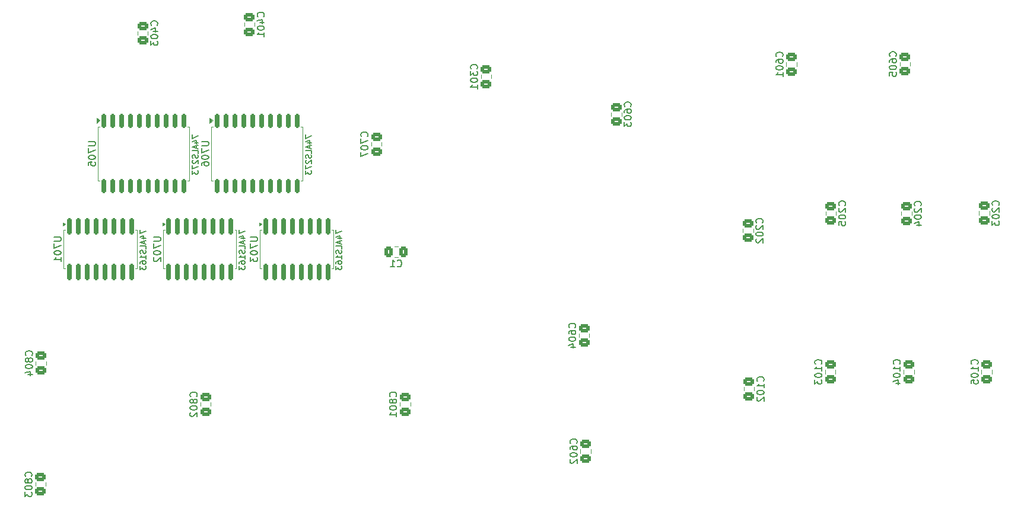
<source format=gbo>
G04 #@! TF.GenerationSoftware,KiCad,Pcbnew,8.0.4-8.0.4-0~ubuntu22.04.1*
G04 #@! TF.CreationDate,2024-08-01T15:45:40-04:00*
G04 #@! TF.ProjectId,HW_VGA,48575f56-4741-42e6-9b69-6361645f7063,1*
G04 #@! TF.SameCoordinates,Original*
G04 #@! TF.FileFunction,Legend,Bot*
G04 #@! TF.FilePolarity,Positive*
%FSLAX46Y46*%
G04 Gerber Fmt 4.6, Leading zero omitted, Abs format (unit mm)*
G04 Created by KiCad (PCBNEW 8.0.4-8.0.4-0~ubuntu22.04.1) date 2024-08-01 15:45:40*
%MOMM*%
%LPD*%
G01*
G04 APERTURE LIST*
G04 Aperture macros list*
%AMRoundRect*
0 Rectangle with rounded corners*
0 $1 Rounding radius*
0 $2 $3 $4 $5 $6 $7 $8 $9 X,Y pos of 4 corners*
0 Add a 4 corners polygon primitive as box body*
4,1,4,$2,$3,$4,$5,$6,$7,$8,$9,$2,$3,0*
0 Add four circle primitives for the rounded corners*
1,1,$1+$1,$2,$3*
1,1,$1+$1,$4,$5*
1,1,$1+$1,$6,$7*
1,1,$1+$1,$8,$9*
0 Add four rect primitives between the rounded corners*
20,1,$1+$1,$2,$3,$4,$5,0*
20,1,$1+$1,$4,$5,$6,$7,0*
20,1,$1+$1,$6,$7,$8,$9,0*
20,1,$1+$1,$8,$9,$2,$3,0*%
G04 Aperture macros list end*
%ADD10C,0.200000*%
%ADD11C,0.150000*%
%ADD12C,0.120000*%
%ADD13C,3.200000*%
%ADD14R,1.422400X1.422400*%
%ADD15C,1.422400*%
%ADD16R,1.600000X1.600000*%
%ADD17O,1.600000X1.600000*%
%ADD18R,1.700000X1.700000*%
%ADD19O,1.700000X1.700000*%
%ADD20C,1.600000*%
%ADD21RoundRect,0.250000X0.475000X-0.337500X0.475000X0.337500X-0.475000X0.337500X-0.475000X-0.337500X0*%
%ADD22RoundRect,0.250000X-0.475000X0.337500X-0.475000X-0.337500X0.475000X-0.337500X0.475000X0.337500X0*%
%ADD23RoundRect,0.150000X-0.150000X0.875000X-0.150000X-0.875000X0.150000X-0.875000X0.150000X0.875000X0*%
%ADD24RoundRect,0.150000X-0.150000X1.050000X-0.150000X-1.050000X0.150000X-1.050000X0.150000X1.050000X0*%
%ADD25RoundRect,0.250000X-0.337500X-0.475000X0.337500X-0.475000X0.337500X0.475000X-0.337500X0.475000X0*%
G04 APERTURE END LIST*
D10*
X99666695Y-95520863D02*
X99666695Y-96054197D01*
X99666695Y-96054197D02*
X100466695Y-95711339D01*
X99933361Y-96701816D02*
X100466695Y-96701816D01*
X99628600Y-96511340D02*
X100200028Y-96320863D01*
X100200028Y-96320863D02*
X100200028Y-96816102D01*
X100238123Y-97082768D02*
X100238123Y-97463721D01*
X100466695Y-97006578D02*
X99666695Y-97273245D01*
X99666695Y-97273245D02*
X100466695Y-97539911D01*
X100466695Y-98187530D02*
X100466695Y-97806578D01*
X100466695Y-97806578D02*
X99666695Y-97806578D01*
X100428600Y-98416101D02*
X100466695Y-98530387D01*
X100466695Y-98530387D02*
X100466695Y-98720863D01*
X100466695Y-98720863D02*
X100428600Y-98797054D01*
X100428600Y-98797054D02*
X100390504Y-98835149D01*
X100390504Y-98835149D02*
X100314314Y-98873244D01*
X100314314Y-98873244D02*
X100238123Y-98873244D01*
X100238123Y-98873244D02*
X100161933Y-98835149D01*
X100161933Y-98835149D02*
X100123838Y-98797054D01*
X100123838Y-98797054D02*
X100085742Y-98720863D01*
X100085742Y-98720863D02*
X100047647Y-98568482D01*
X100047647Y-98568482D02*
X100009552Y-98492292D01*
X100009552Y-98492292D02*
X99971457Y-98454197D01*
X99971457Y-98454197D02*
X99895266Y-98416101D01*
X99895266Y-98416101D02*
X99819076Y-98416101D01*
X99819076Y-98416101D02*
X99742885Y-98454197D01*
X99742885Y-98454197D02*
X99704790Y-98492292D01*
X99704790Y-98492292D02*
X99666695Y-98568482D01*
X99666695Y-98568482D02*
X99666695Y-98758959D01*
X99666695Y-98758959D02*
X99704790Y-98873244D01*
X100466695Y-99635149D02*
X100466695Y-99178006D01*
X100466695Y-99406578D02*
X99666695Y-99406578D01*
X99666695Y-99406578D02*
X99780980Y-99330387D01*
X99780980Y-99330387D02*
X99857171Y-99254197D01*
X99857171Y-99254197D02*
X99895266Y-99178006D01*
X99666695Y-100320864D02*
X99666695Y-100168483D01*
X99666695Y-100168483D02*
X99704790Y-100092292D01*
X99704790Y-100092292D02*
X99742885Y-100054197D01*
X99742885Y-100054197D02*
X99857171Y-99978007D01*
X99857171Y-99978007D02*
X100009552Y-99939911D01*
X100009552Y-99939911D02*
X100314314Y-99939911D01*
X100314314Y-99939911D02*
X100390504Y-99978007D01*
X100390504Y-99978007D02*
X100428600Y-100016102D01*
X100428600Y-100016102D02*
X100466695Y-100092292D01*
X100466695Y-100092292D02*
X100466695Y-100244673D01*
X100466695Y-100244673D02*
X100428600Y-100320864D01*
X100428600Y-100320864D02*
X100390504Y-100358959D01*
X100390504Y-100358959D02*
X100314314Y-100397054D01*
X100314314Y-100397054D02*
X100123838Y-100397054D01*
X100123838Y-100397054D02*
X100047647Y-100358959D01*
X100047647Y-100358959D02*
X100009552Y-100320864D01*
X100009552Y-100320864D02*
X99971457Y-100244673D01*
X99971457Y-100244673D02*
X99971457Y-100092292D01*
X99971457Y-100092292D02*
X100009552Y-100016102D01*
X100009552Y-100016102D02*
X100047647Y-99978007D01*
X100047647Y-99978007D02*
X100123838Y-99939911D01*
X99666695Y-100663721D02*
X99666695Y-101158959D01*
X99666695Y-101158959D02*
X99971457Y-100892293D01*
X99971457Y-100892293D02*
X99971457Y-101006578D01*
X99971457Y-101006578D02*
X100009552Y-101082769D01*
X100009552Y-101082769D02*
X100047647Y-101120864D01*
X100047647Y-101120864D02*
X100123838Y-101158959D01*
X100123838Y-101158959D02*
X100314314Y-101158959D01*
X100314314Y-101158959D02*
X100390504Y-101120864D01*
X100390504Y-101120864D02*
X100428600Y-101082769D01*
X100428600Y-101082769D02*
X100466695Y-101006578D01*
X100466695Y-101006578D02*
X100466695Y-100778007D01*
X100466695Y-100778007D02*
X100428600Y-100701816D01*
X100428600Y-100701816D02*
X100390504Y-100663721D01*
X113466695Y-95520863D02*
X113466695Y-96054197D01*
X113466695Y-96054197D02*
X114266695Y-95711339D01*
X113733361Y-96701816D02*
X114266695Y-96701816D01*
X113428600Y-96511340D02*
X114000028Y-96320863D01*
X114000028Y-96320863D02*
X114000028Y-96816102D01*
X114038123Y-97082768D02*
X114038123Y-97463721D01*
X114266695Y-97006578D02*
X113466695Y-97273245D01*
X113466695Y-97273245D02*
X114266695Y-97539911D01*
X114266695Y-98187530D02*
X114266695Y-97806578D01*
X114266695Y-97806578D02*
X113466695Y-97806578D01*
X114228600Y-98416101D02*
X114266695Y-98530387D01*
X114266695Y-98530387D02*
X114266695Y-98720863D01*
X114266695Y-98720863D02*
X114228600Y-98797054D01*
X114228600Y-98797054D02*
X114190504Y-98835149D01*
X114190504Y-98835149D02*
X114114314Y-98873244D01*
X114114314Y-98873244D02*
X114038123Y-98873244D01*
X114038123Y-98873244D02*
X113961933Y-98835149D01*
X113961933Y-98835149D02*
X113923838Y-98797054D01*
X113923838Y-98797054D02*
X113885742Y-98720863D01*
X113885742Y-98720863D02*
X113847647Y-98568482D01*
X113847647Y-98568482D02*
X113809552Y-98492292D01*
X113809552Y-98492292D02*
X113771457Y-98454197D01*
X113771457Y-98454197D02*
X113695266Y-98416101D01*
X113695266Y-98416101D02*
X113619076Y-98416101D01*
X113619076Y-98416101D02*
X113542885Y-98454197D01*
X113542885Y-98454197D02*
X113504790Y-98492292D01*
X113504790Y-98492292D02*
X113466695Y-98568482D01*
X113466695Y-98568482D02*
X113466695Y-98758959D01*
X113466695Y-98758959D02*
X113504790Y-98873244D01*
X114266695Y-99635149D02*
X114266695Y-99178006D01*
X114266695Y-99406578D02*
X113466695Y-99406578D01*
X113466695Y-99406578D02*
X113580980Y-99330387D01*
X113580980Y-99330387D02*
X113657171Y-99254197D01*
X113657171Y-99254197D02*
X113695266Y-99178006D01*
X113466695Y-100320864D02*
X113466695Y-100168483D01*
X113466695Y-100168483D02*
X113504790Y-100092292D01*
X113504790Y-100092292D02*
X113542885Y-100054197D01*
X113542885Y-100054197D02*
X113657171Y-99978007D01*
X113657171Y-99978007D02*
X113809552Y-99939911D01*
X113809552Y-99939911D02*
X114114314Y-99939911D01*
X114114314Y-99939911D02*
X114190504Y-99978007D01*
X114190504Y-99978007D02*
X114228600Y-100016102D01*
X114228600Y-100016102D02*
X114266695Y-100092292D01*
X114266695Y-100092292D02*
X114266695Y-100244673D01*
X114266695Y-100244673D02*
X114228600Y-100320864D01*
X114228600Y-100320864D02*
X114190504Y-100358959D01*
X114190504Y-100358959D02*
X114114314Y-100397054D01*
X114114314Y-100397054D02*
X113923838Y-100397054D01*
X113923838Y-100397054D02*
X113847647Y-100358959D01*
X113847647Y-100358959D02*
X113809552Y-100320864D01*
X113809552Y-100320864D02*
X113771457Y-100244673D01*
X113771457Y-100244673D02*
X113771457Y-100092292D01*
X113771457Y-100092292D02*
X113809552Y-100016102D01*
X113809552Y-100016102D02*
X113847647Y-99978007D01*
X113847647Y-99978007D02*
X113923838Y-99939911D01*
X113466695Y-100663721D02*
X113466695Y-101158959D01*
X113466695Y-101158959D02*
X113771457Y-100892293D01*
X113771457Y-100892293D02*
X113771457Y-101006578D01*
X113771457Y-101006578D02*
X113809552Y-101082769D01*
X113809552Y-101082769D02*
X113847647Y-101120864D01*
X113847647Y-101120864D02*
X113923838Y-101158959D01*
X113923838Y-101158959D02*
X114114314Y-101158959D01*
X114114314Y-101158959D02*
X114190504Y-101120864D01*
X114190504Y-101120864D02*
X114228600Y-101082769D01*
X114228600Y-101082769D02*
X114266695Y-101006578D01*
X114266695Y-101006578D02*
X114266695Y-100778007D01*
X114266695Y-100778007D02*
X114228600Y-100701816D01*
X114228600Y-100701816D02*
X114190504Y-100663721D01*
X92991695Y-81895863D02*
X92991695Y-82429197D01*
X92991695Y-82429197D02*
X93791695Y-82086339D01*
X93258361Y-83076816D02*
X93791695Y-83076816D01*
X92953600Y-82886340D02*
X93525028Y-82695863D01*
X93525028Y-82695863D02*
X93525028Y-83191102D01*
X93563123Y-83457768D02*
X93563123Y-83838721D01*
X93791695Y-83381578D02*
X92991695Y-83648245D01*
X92991695Y-83648245D02*
X93791695Y-83914911D01*
X93791695Y-84562530D02*
X93791695Y-84181578D01*
X93791695Y-84181578D02*
X92991695Y-84181578D01*
X93753600Y-84791101D02*
X93791695Y-84905387D01*
X93791695Y-84905387D02*
X93791695Y-85095863D01*
X93791695Y-85095863D02*
X93753600Y-85172054D01*
X93753600Y-85172054D02*
X93715504Y-85210149D01*
X93715504Y-85210149D02*
X93639314Y-85248244D01*
X93639314Y-85248244D02*
X93563123Y-85248244D01*
X93563123Y-85248244D02*
X93486933Y-85210149D01*
X93486933Y-85210149D02*
X93448838Y-85172054D01*
X93448838Y-85172054D02*
X93410742Y-85095863D01*
X93410742Y-85095863D02*
X93372647Y-84943482D01*
X93372647Y-84943482D02*
X93334552Y-84867292D01*
X93334552Y-84867292D02*
X93296457Y-84829197D01*
X93296457Y-84829197D02*
X93220266Y-84791101D01*
X93220266Y-84791101D02*
X93144076Y-84791101D01*
X93144076Y-84791101D02*
X93067885Y-84829197D01*
X93067885Y-84829197D02*
X93029790Y-84867292D01*
X93029790Y-84867292D02*
X92991695Y-84943482D01*
X92991695Y-84943482D02*
X92991695Y-85133959D01*
X92991695Y-85133959D02*
X93029790Y-85248244D01*
X93067885Y-85553006D02*
X93029790Y-85591102D01*
X93029790Y-85591102D02*
X92991695Y-85667292D01*
X92991695Y-85667292D02*
X92991695Y-85857768D01*
X92991695Y-85857768D02*
X93029790Y-85933959D01*
X93029790Y-85933959D02*
X93067885Y-85972054D01*
X93067885Y-85972054D02*
X93144076Y-86010149D01*
X93144076Y-86010149D02*
X93220266Y-86010149D01*
X93220266Y-86010149D02*
X93334552Y-85972054D01*
X93334552Y-85972054D02*
X93791695Y-85514911D01*
X93791695Y-85514911D02*
X93791695Y-86010149D01*
X92991695Y-86276816D02*
X92991695Y-86810150D01*
X92991695Y-86810150D02*
X93791695Y-86467292D01*
X92991695Y-87038721D02*
X92991695Y-87533959D01*
X92991695Y-87533959D02*
X93296457Y-87267293D01*
X93296457Y-87267293D02*
X93296457Y-87381578D01*
X93296457Y-87381578D02*
X93334552Y-87457769D01*
X93334552Y-87457769D02*
X93372647Y-87495864D01*
X93372647Y-87495864D02*
X93448838Y-87533959D01*
X93448838Y-87533959D02*
X93639314Y-87533959D01*
X93639314Y-87533959D02*
X93715504Y-87495864D01*
X93715504Y-87495864D02*
X93753600Y-87457769D01*
X93753600Y-87457769D02*
X93791695Y-87381578D01*
X93791695Y-87381578D02*
X93791695Y-87153007D01*
X93791695Y-87153007D02*
X93753600Y-87076816D01*
X93753600Y-87076816D02*
X93715504Y-87038721D01*
X85516695Y-95520863D02*
X85516695Y-96054197D01*
X85516695Y-96054197D02*
X86316695Y-95711339D01*
X85783361Y-96701816D02*
X86316695Y-96701816D01*
X85478600Y-96511340D02*
X86050028Y-96320863D01*
X86050028Y-96320863D02*
X86050028Y-96816102D01*
X86088123Y-97082768D02*
X86088123Y-97463721D01*
X86316695Y-97006578D02*
X85516695Y-97273245D01*
X85516695Y-97273245D02*
X86316695Y-97539911D01*
X86316695Y-98187530D02*
X86316695Y-97806578D01*
X86316695Y-97806578D02*
X85516695Y-97806578D01*
X86278600Y-98416101D02*
X86316695Y-98530387D01*
X86316695Y-98530387D02*
X86316695Y-98720863D01*
X86316695Y-98720863D02*
X86278600Y-98797054D01*
X86278600Y-98797054D02*
X86240504Y-98835149D01*
X86240504Y-98835149D02*
X86164314Y-98873244D01*
X86164314Y-98873244D02*
X86088123Y-98873244D01*
X86088123Y-98873244D02*
X86011933Y-98835149D01*
X86011933Y-98835149D02*
X85973838Y-98797054D01*
X85973838Y-98797054D02*
X85935742Y-98720863D01*
X85935742Y-98720863D02*
X85897647Y-98568482D01*
X85897647Y-98568482D02*
X85859552Y-98492292D01*
X85859552Y-98492292D02*
X85821457Y-98454197D01*
X85821457Y-98454197D02*
X85745266Y-98416101D01*
X85745266Y-98416101D02*
X85669076Y-98416101D01*
X85669076Y-98416101D02*
X85592885Y-98454197D01*
X85592885Y-98454197D02*
X85554790Y-98492292D01*
X85554790Y-98492292D02*
X85516695Y-98568482D01*
X85516695Y-98568482D02*
X85516695Y-98758959D01*
X85516695Y-98758959D02*
X85554790Y-98873244D01*
X86316695Y-99635149D02*
X86316695Y-99178006D01*
X86316695Y-99406578D02*
X85516695Y-99406578D01*
X85516695Y-99406578D02*
X85630980Y-99330387D01*
X85630980Y-99330387D02*
X85707171Y-99254197D01*
X85707171Y-99254197D02*
X85745266Y-99178006D01*
X85516695Y-100320864D02*
X85516695Y-100168483D01*
X85516695Y-100168483D02*
X85554790Y-100092292D01*
X85554790Y-100092292D02*
X85592885Y-100054197D01*
X85592885Y-100054197D02*
X85707171Y-99978007D01*
X85707171Y-99978007D02*
X85859552Y-99939911D01*
X85859552Y-99939911D02*
X86164314Y-99939911D01*
X86164314Y-99939911D02*
X86240504Y-99978007D01*
X86240504Y-99978007D02*
X86278600Y-100016102D01*
X86278600Y-100016102D02*
X86316695Y-100092292D01*
X86316695Y-100092292D02*
X86316695Y-100244673D01*
X86316695Y-100244673D02*
X86278600Y-100320864D01*
X86278600Y-100320864D02*
X86240504Y-100358959D01*
X86240504Y-100358959D02*
X86164314Y-100397054D01*
X86164314Y-100397054D02*
X85973838Y-100397054D01*
X85973838Y-100397054D02*
X85897647Y-100358959D01*
X85897647Y-100358959D02*
X85859552Y-100320864D01*
X85859552Y-100320864D02*
X85821457Y-100244673D01*
X85821457Y-100244673D02*
X85821457Y-100092292D01*
X85821457Y-100092292D02*
X85859552Y-100016102D01*
X85859552Y-100016102D02*
X85897647Y-99978007D01*
X85897647Y-99978007D02*
X85973838Y-99939911D01*
X85516695Y-100663721D02*
X85516695Y-101158959D01*
X85516695Y-101158959D02*
X85821457Y-100892293D01*
X85821457Y-100892293D02*
X85821457Y-101006578D01*
X85821457Y-101006578D02*
X85859552Y-101082769D01*
X85859552Y-101082769D02*
X85897647Y-101120864D01*
X85897647Y-101120864D02*
X85973838Y-101158959D01*
X85973838Y-101158959D02*
X86164314Y-101158959D01*
X86164314Y-101158959D02*
X86240504Y-101120864D01*
X86240504Y-101120864D02*
X86278600Y-101082769D01*
X86278600Y-101082769D02*
X86316695Y-101006578D01*
X86316695Y-101006578D02*
X86316695Y-100778007D01*
X86316695Y-100778007D02*
X86278600Y-100701816D01*
X86278600Y-100701816D02*
X86240504Y-100663721D01*
X109141695Y-81895863D02*
X109141695Y-82429197D01*
X109141695Y-82429197D02*
X109941695Y-82086339D01*
X109408361Y-83076816D02*
X109941695Y-83076816D01*
X109103600Y-82886340D02*
X109675028Y-82695863D01*
X109675028Y-82695863D02*
X109675028Y-83191102D01*
X109713123Y-83457768D02*
X109713123Y-83838721D01*
X109941695Y-83381578D02*
X109141695Y-83648245D01*
X109141695Y-83648245D02*
X109941695Y-83914911D01*
X109941695Y-84562530D02*
X109941695Y-84181578D01*
X109941695Y-84181578D02*
X109141695Y-84181578D01*
X109903600Y-84791101D02*
X109941695Y-84905387D01*
X109941695Y-84905387D02*
X109941695Y-85095863D01*
X109941695Y-85095863D02*
X109903600Y-85172054D01*
X109903600Y-85172054D02*
X109865504Y-85210149D01*
X109865504Y-85210149D02*
X109789314Y-85248244D01*
X109789314Y-85248244D02*
X109713123Y-85248244D01*
X109713123Y-85248244D02*
X109636933Y-85210149D01*
X109636933Y-85210149D02*
X109598838Y-85172054D01*
X109598838Y-85172054D02*
X109560742Y-85095863D01*
X109560742Y-85095863D02*
X109522647Y-84943482D01*
X109522647Y-84943482D02*
X109484552Y-84867292D01*
X109484552Y-84867292D02*
X109446457Y-84829197D01*
X109446457Y-84829197D02*
X109370266Y-84791101D01*
X109370266Y-84791101D02*
X109294076Y-84791101D01*
X109294076Y-84791101D02*
X109217885Y-84829197D01*
X109217885Y-84829197D02*
X109179790Y-84867292D01*
X109179790Y-84867292D02*
X109141695Y-84943482D01*
X109141695Y-84943482D02*
X109141695Y-85133959D01*
X109141695Y-85133959D02*
X109179790Y-85248244D01*
X109217885Y-85553006D02*
X109179790Y-85591102D01*
X109179790Y-85591102D02*
X109141695Y-85667292D01*
X109141695Y-85667292D02*
X109141695Y-85857768D01*
X109141695Y-85857768D02*
X109179790Y-85933959D01*
X109179790Y-85933959D02*
X109217885Y-85972054D01*
X109217885Y-85972054D02*
X109294076Y-86010149D01*
X109294076Y-86010149D02*
X109370266Y-86010149D01*
X109370266Y-86010149D02*
X109484552Y-85972054D01*
X109484552Y-85972054D02*
X109941695Y-85514911D01*
X109941695Y-85514911D02*
X109941695Y-86010149D01*
X109141695Y-86276816D02*
X109141695Y-86810150D01*
X109141695Y-86810150D02*
X109941695Y-86467292D01*
X109141695Y-87038721D02*
X109141695Y-87533959D01*
X109141695Y-87533959D02*
X109446457Y-87267293D01*
X109446457Y-87267293D02*
X109446457Y-87381578D01*
X109446457Y-87381578D02*
X109484552Y-87457769D01*
X109484552Y-87457769D02*
X109522647Y-87495864D01*
X109522647Y-87495864D02*
X109598838Y-87533959D01*
X109598838Y-87533959D02*
X109789314Y-87533959D01*
X109789314Y-87533959D02*
X109865504Y-87495864D01*
X109865504Y-87495864D02*
X109903600Y-87457769D01*
X109903600Y-87457769D02*
X109941695Y-87381578D01*
X109941695Y-87381578D02*
X109941695Y-87153007D01*
X109941695Y-87153007D02*
X109903600Y-87076816D01*
X109903600Y-87076816D02*
X109865504Y-87038721D01*
D11*
X87939580Y-66270952D02*
X87987200Y-66223333D01*
X87987200Y-66223333D02*
X88034819Y-66080476D01*
X88034819Y-66080476D02*
X88034819Y-65985238D01*
X88034819Y-65985238D02*
X87987200Y-65842381D01*
X87987200Y-65842381D02*
X87891961Y-65747143D01*
X87891961Y-65747143D02*
X87796723Y-65699524D01*
X87796723Y-65699524D02*
X87606247Y-65651905D01*
X87606247Y-65651905D02*
X87463390Y-65651905D01*
X87463390Y-65651905D02*
X87272914Y-65699524D01*
X87272914Y-65699524D02*
X87177676Y-65747143D01*
X87177676Y-65747143D02*
X87082438Y-65842381D01*
X87082438Y-65842381D02*
X87034819Y-65985238D01*
X87034819Y-65985238D02*
X87034819Y-66080476D01*
X87034819Y-66080476D02*
X87082438Y-66223333D01*
X87082438Y-66223333D02*
X87130057Y-66270952D01*
X87368152Y-67128095D02*
X88034819Y-67128095D01*
X86987200Y-66890000D02*
X87701485Y-66651905D01*
X87701485Y-66651905D02*
X87701485Y-67270952D01*
X87034819Y-67842381D02*
X87034819Y-67937619D01*
X87034819Y-67937619D02*
X87082438Y-68032857D01*
X87082438Y-68032857D02*
X87130057Y-68080476D01*
X87130057Y-68080476D02*
X87225295Y-68128095D01*
X87225295Y-68128095D02*
X87415771Y-68175714D01*
X87415771Y-68175714D02*
X87653866Y-68175714D01*
X87653866Y-68175714D02*
X87844342Y-68128095D01*
X87844342Y-68128095D02*
X87939580Y-68080476D01*
X87939580Y-68080476D02*
X87987200Y-68032857D01*
X87987200Y-68032857D02*
X88034819Y-67937619D01*
X88034819Y-67937619D02*
X88034819Y-67842381D01*
X88034819Y-67842381D02*
X87987200Y-67747143D01*
X87987200Y-67747143D02*
X87939580Y-67699524D01*
X87939580Y-67699524D02*
X87844342Y-67651905D01*
X87844342Y-67651905D02*
X87653866Y-67604286D01*
X87653866Y-67604286D02*
X87415771Y-67604286D01*
X87415771Y-67604286D02*
X87225295Y-67651905D01*
X87225295Y-67651905D02*
X87130057Y-67699524D01*
X87130057Y-67699524D02*
X87082438Y-67747143D01*
X87082438Y-67747143D02*
X87034819Y-67842381D01*
X87034819Y-68509048D02*
X87034819Y-69128095D01*
X87034819Y-69128095D02*
X87415771Y-68794762D01*
X87415771Y-68794762D02*
X87415771Y-68937619D01*
X87415771Y-68937619D02*
X87463390Y-69032857D01*
X87463390Y-69032857D02*
X87511009Y-69080476D01*
X87511009Y-69080476D02*
X87606247Y-69128095D01*
X87606247Y-69128095D02*
X87844342Y-69128095D01*
X87844342Y-69128095D02*
X87939580Y-69080476D01*
X87939580Y-69080476D02*
X87987200Y-69032857D01*
X87987200Y-69032857D02*
X88034819Y-68937619D01*
X88034819Y-68937619D02*
X88034819Y-68651905D01*
X88034819Y-68651905D02*
X87987200Y-68556667D01*
X87987200Y-68556667D02*
X87939580Y-68509048D01*
X177154580Y-70730952D02*
X177202200Y-70683333D01*
X177202200Y-70683333D02*
X177249819Y-70540476D01*
X177249819Y-70540476D02*
X177249819Y-70445238D01*
X177249819Y-70445238D02*
X177202200Y-70302381D01*
X177202200Y-70302381D02*
X177106961Y-70207143D01*
X177106961Y-70207143D02*
X177011723Y-70159524D01*
X177011723Y-70159524D02*
X176821247Y-70111905D01*
X176821247Y-70111905D02*
X176678390Y-70111905D01*
X176678390Y-70111905D02*
X176487914Y-70159524D01*
X176487914Y-70159524D02*
X176392676Y-70207143D01*
X176392676Y-70207143D02*
X176297438Y-70302381D01*
X176297438Y-70302381D02*
X176249819Y-70445238D01*
X176249819Y-70445238D02*
X176249819Y-70540476D01*
X176249819Y-70540476D02*
X176297438Y-70683333D01*
X176297438Y-70683333D02*
X176345057Y-70730952D01*
X176249819Y-71588095D02*
X176249819Y-71397619D01*
X176249819Y-71397619D02*
X176297438Y-71302381D01*
X176297438Y-71302381D02*
X176345057Y-71254762D01*
X176345057Y-71254762D02*
X176487914Y-71159524D01*
X176487914Y-71159524D02*
X176678390Y-71111905D01*
X176678390Y-71111905D02*
X177059342Y-71111905D01*
X177059342Y-71111905D02*
X177154580Y-71159524D01*
X177154580Y-71159524D02*
X177202200Y-71207143D01*
X177202200Y-71207143D02*
X177249819Y-71302381D01*
X177249819Y-71302381D02*
X177249819Y-71492857D01*
X177249819Y-71492857D02*
X177202200Y-71588095D01*
X177202200Y-71588095D02*
X177154580Y-71635714D01*
X177154580Y-71635714D02*
X177059342Y-71683333D01*
X177059342Y-71683333D02*
X176821247Y-71683333D01*
X176821247Y-71683333D02*
X176726009Y-71635714D01*
X176726009Y-71635714D02*
X176678390Y-71588095D01*
X176678390Y-71588095D02*
X176630771Y-71492857D01*
X176630771Y-71492857D02*
X176630771Y-71302381D01*
X176630771Y-71302381D02*
X176678390Y-71207143D01*
X176678390Y-71207143D02*
X176726009Y-71159524D01*
X176726009Y-71159524D02*
X176821247Y-71111905D01*
X176249819Y-72302381D02*
X176249819Y-72397619D01*
X176249819Y-72397619D02*
X176297438Y-72492857D01*
X176297438Y-72492857D02*
X176345057Y-72540476D01*
X176345057Y-72540476D02*
X176440295Y-72588095D01*
X176440295Y-72588095D02*
X176630771Y-72635714D01*
X176630771Y-72635714D02*
X176868866Y-72635714D01*
X176868866Y-72635714D02*
X177059342Y-72588095D01*
X177059342Y-72588095D02*
X177154580Y-72540476D01*
X177154580Y-72540476D02*
X177202200Y-72492857D01*
X177202200Y-72492857D02*
X177249819Y-72397619D01*
X177249819Y-72397619D02*
X177249819Y-72302381D01*
X177249819Y-72302381D02*
X177202200Y-72207143D01*
X177202200Y-72207143D02*
X177154580Y-72159524D01*
X177154580Y-72159524D02*
X177059342Y-72111905D01*
X177059342Y-72111905D02*
X176868866Y-72064286D01*
X176868866Y-72064286D02*
X176630771Y-72064286D01*
X176630771Y-72064286D02*
X176440295Y-72111905D01*
X176440295Y-72111905D02*
X176345057Y-72159524D01*
X176345057Y-72159524D02*
X176297438Y-72207143D01*
X176297438Y-72207143D02*
X176249819Y-72302381D01*
X177249819Y-73588095D02*
X177249819Y-73016667D01*
X177249819Y-73302381D02*
X176249819Y-73302381D01*
X176249819Y-73302381D02*
X176392676Y-73207143D01*
X176392676Y-73207143D02*
X176487914Y-73111905D01*
X176487914Y-73111905D02*
X176535533Y-73016667D01*
X93559580Y-119310952D02*
X93607200Y-119263333D01*
X93607200Y-119263333D02*
X93654819Y-119120476D01*
X93654819Y-119120476D02*
X93654819Y-119025238D01*
X93654819Y-119025238D02*
X93607200Y-118882381D01*
X93607200Y-118882381D02*
X93511961Y-118787143D01*
X93511961Y-118787143D02*
X93416723Y-118739524D01*
X93416723Y-118739524D02*
X93226247Y-118691905D01*
X93226247Y-118691905D02*
X93083390Y-118691905D01*
X93083390Y-118691905D02*
X92892914Y-118739524D01*
X92892914Y-118739524D02*
X92797676Y-118787143D01*
X92797676Y-118787143D02*
X92702438Y-118882381D01*
X92702438Y-118882381D02*
X92654819Y-119025238D01*
X92654819Y-119025238D02*
X92654819Y-119120476D01*
X92654819Y-119120476D02*
X92702438Y-119263333D01*
X92702438Y-119263333D02*
X92750057Y-119310952D01*
X93083390Y-119882381D02*
X93035771Y-119787143D01*
X93035771Y-119787143D02*
X92988152Y-119739524D01*
X92988152Y-119739524D02*
X92892914Y-119691905D01*
X92892914Y-119691905D02*
X92845295Y-119691905D01*
X92845295Y-119691905D02*
X92750057Y-119739524D01*
X92750057Y-119739524D02*
X92702438Y-119787143D01*
X92702438Y-119787143D02*
X92654819Y-119882381D01*
X92654819Y-119882381D02*
X92654819Y-120072857D01*
X92654819Y-120072857D02*
X92702438Y-120168095D01*
X92702438Y-120168095D02*
X92750057Y-120215714D01*
X92750057Y-120215714D02*
X92845295Y-120263333D01*
X92845295Y-120263333D02*
X92892914Y-120263333D01*
X92892914Y-120263333D02*
X92988152Y-120215714D01*
X92988152Y-120215714D02*
X93035771Y-120168095D01*
X93035771Y-120168095D02*
X93083390Y-120072857D01*
X93083390Y-120072857D02*
X93083390Y-119882381D01*
X93083390Y-119882381D02*
X93131009Y-119787143D01*
X93131009Y-119787143D02*
X93178628Y-119739524D01*
X93178628Y-119739524D02*
X93273866Y-119691905D01*
X93273866Y-119691905D02*
X93464342Y-119691905D01*
X93464342Y-119691905D02*
X93559580Y-119739524D01*
X93559580Y-119739524D02*
X93607200Y-119787143D01*
X93607200Y-119787143D02*
X93654819Y-119882381D01*
X93654819Y-119882381D02*
X93654819Y-120072857D01*
X93654819Y-120072857D02*
X93607200Y-120168095D01*
X93607200Y-120168095D02*
X93559580Y-120215714D01*
X93559580Y-120215714D02*
X93464342Y-120263333D01*
X93464342Y-120263333D02*
X93273866Y-120263333D01*
X93273866Y-120263333D02*
X93178628Y-120215714D01*
X93178628Y-120215714D02*
X93131009Y-120168095D01*
X93131009Y-120168095D02*
X93083390Y-120072857D01*
X92654819Y-120882381D02*
X92654819Y-120977619D01*
X92654819Y-120977619D02*
X92702438Y-121072857D01*
X92702438Y-121072857D02*
X92750057Y-121120476D01*
X92750057Y-121120476D02*
X92845295Y-121168095D01*
X92845295Y-121168095D02*
X93035771Y-121215714D01*
X93035771Y-121215714D02*
X93273866Y-121215714D01*
X93273866Y-121215714D02*
X93464342Y-121168095D01*
X93464342Y-121168095D02*
X93559580Y-121120476D01*
X93559580Y-121120476D02*
X93607200Y-121072857D01*
X93607200Y-121072857D02*
X93654819Y-120977619D01*
X93654819Y-120977619D02*
X93654819Y-120882381D01*
X93654819Y-120882381D02*
X93607200Y-120787143D01*
X93607200Y-120787143D02*
X93559580Y-120739524D01*
X93559580Y-120739524D02*
X93464342Y-120691905D01*
X93464342Y-120691905D02*
X93273866Y-120644286D01*
X93273866Y-120644286D02*
X93035771Y-120644286D01*
X93035771Y-120644286D02*
X92845295Y-120691905D01*
X92845295Y-120691905D02*
X92750057Y-120739524D01*
X92750057Y-120739524D02*
X92702438Y-120787143D01*
X92702438Y-120787143D02*
X92654819Y-120882381D01*
X92750057Y-121596667D02*
X92702438Y-121644286D01*
X92702438Y-121644286D02*
X92654819Y-121739524D01*
X92654819Y-121739524D02*
X92654819Y-121977619D01*
X92654819Y-121977619D02*
X92702438Y-122072857D01*
X92702438Y-122072857D02*
X92750057Y-122120476D01*
X92750057Y-122120476D02*
X92845295Y-122168095D01*
X92845295Y-122168095D02*
X92940533Y-122168095D01*
X92940533Y-122168095D02*
X93083390Y-122120476D01*
X93083390Y-122120476D02*
X93654819Y-121549048D01*
X93654819Y-121549048D02*
X93654819Y-122168095D01*
X147579580Y-109480952D02*
X147627200Y-109433333D01*
X147627200Y-109433333D02*
X147674819Y-109290476D01*
X147674819Y-109290476D02*
X147674819Y-109195238D01*
X147674819Y-109195238D02*
X147627200Y-109052381D01*
X147627200Y-109052381D02*
X147531961Y-108957143D01*
X147531961Y-108957143D02*
X147436723Y-108909524D01*
X147436723Y-108909524D02*
X147246247Y-108861905D01*
X147246247Y-108861905D02*
X147103390Y-108861905D01*
X147103390Y-108861905D02*
X146912914Y-108909524D01*
X146912914Y-108909524D02*
X146817676Y-108957143D01*
X146817676Y-108957143D02*
X146722438Y-109052381D01*
X146722438Y-109052381D02*
X146674819Y-109195238D01*
X146674819Y-109195238D02*
X146674819Y-109290476D01*
X146674819Y-109290476D02*
X146722438Y-109433333D01*
X146722438Y-109433333D02*
X146770057Y-109480952D01*
X146674819Y-110338095D02*
X146674819Y-110147619D01*
X146674819Y-110147619D02*
X146722438Y-110052381D01*
X146722438Y-110052381D02*
X146770057Y-110004762D01*
X146770057Y-110004762D02*
X146912914Y-109909524D01*
X146912914Y-109909524D02*
X147103390Y-109861905D01*
X147103390Y-109861905D02*
X147484342Y-109861905D01*
X147484342Y-109861905D02*
X147579580Y-109909524D01*
X147579580Y-109909524D02*
X147627200Y-109957143D01*
X147627200Y-109957143D02*
X147674819Y-110052381D01*
X147674819Y-110052381D02*
X147674819Y-110242857D01*
X147674819Y-110242857D02*
X147627200Y-110338095D01*
X147627200Y-110338095D02*
X147579580Y-110385714D01*
X147579580Y-110385714D02*
X147484342Y-110433333D01*
X147484342Y-110433333D02*
X147246247Y-110433333D01*
X147246247Y-110433333D02*
X147151009Y-110385714D01*
X147151009Y-110385714D02*
X147103390Y-110338095D01*
X147103390Y-110338095D02*
X147055771Y-110242857D01*
X147055771Y-110242857D02*
X147055771Y-110052381D01*
X147055771Y-110052381D02*
X147103390Y-109957143D01*
X147103390Y-109957143D02*
X147151009Y-109909524D01*
X147151009Y-109909524D02*
X147246247Y-109861905D01*
X146674819Y-111052381D02*
X146674819Y-111147619D01*
X146674819Y-111147619D02*
X146722438Y-111242857D01*
X146722438Y-111242857D02*
X146770057Y-111290476D01*
X146770057Y-111290476D02*
X146865295Y-111338095D01*
X146865295Y-111338095D02*
X147055771Y-111385714D01*
X147055771Y-111385714D02*
X147293866Y-111385714D01*
X147293866Y-111385714D02*
X147484342Y-111338095D01*
X147484342Y-111338095D02*
X147579580Y-111290476D01*
X147579580Y-111290476D02*
X147627200Y-111242857D01*
X147627200Y-111242857D02*
X147674819Y-111147619D01*
X147674819Y-111147619D02*
X147674819Y-111052381D01*
X147674819Y-111052381D02*
X147627200Y-110957143D01*
X147627200Y-110957143D02*
X147579580Y-110909524D01*
X147579580Y-110909524D02*
X147484342Y-110861905D01*
X147484342Y-110861905D02*
X147293866Y-110814286D01*
X147293866Y-110814286D02*
X147055771Y-110814286D01*
X147055771Y-110814286D02*
X146865295Y-110861905D01*
X146865295Y-110861905D02*
X146770057Y-110909524D01*
X146770057Y-110909524D02*
X146722438Y-110957143D01*
X146722438Y-110957143D02*
X146674819Y-111052381D01*
X147008152Y-112242857D02*
X147674819Y-112242857D01*
X146627200Y-112004762D02*
X147341485Y-111766667D01*
X147341485Y-111766667D02*
X147341485Y-112385714D01*
X205004580Y-114668452D02*
X205052200Y-114620833D01*
X205052200Y-114620833D02*
X205099819Y-114477976D01*
X205099819Y-114477976D02*
X205099819Y-114382738D01*
X205099819Y-114382738D02*
X205052200Y-114239881D01*
X205052200Y-114239881D02*
X204956961Y-114144643D01*
X204956961Y-114144643D02*
X204861723Y-114097024D01*
X204861723Y-114097024D02*
X204671247Y-114049405D01*
X204671247Y-114049405D02*
X204528390Y-114049405D01*
X204528390Y-114049405D02*
X204337914Y-114097024D01*
X204337914Y-114097024D02*
X204242676Y-114144643D01*
X204242676Y-114144643D02*
X204147438Y-114239881D01*
X204147438Y-114239881D02*
X204099819Y-114382738D01*
X204099819Y-114382738D02*
X204099819Y-114477976D01*
X204099819Y-114477976D02*
X204147438Y-114620833D01*
X204147438Y-114620833D02*
X204195057Y-114668452D01*
X205099819Y-115620833D02*
X205099819Y-115049405D01*
X205099819Y-115335119D02*
X204099819Y-115335119D01*
X204099819Y-115335119D02*
X204242676Y-115239881D01*
X204242676Y-115239881D02*
X204337914Y-115144643D01*
X204337914Y-115144643D02*
X204385533Y-115049405D01*
X204099819Y-116239881D02*
X204099819Y-116335119D01*
X204099819Y-116335119D02*
X204147438Y-116430357D01*
X204147438Y-116430357D02*
X204195057Y-116477976D01*
X204195057Y-116477976D02*
X204290295Y-116525595D01*
X204290295Y-116525595D02*
X204480771Y-116573214D01*
X204480771Y-116573214D02*
X204718866Y-116573214D01*
X204718866Y-116573214D02*
X204909342Y-116525595D01*
X204909342Y-116525595D02*
X205004580Y-116477976D01*
X205004580Y-116477976D02*
X205052200Y-116430357D01*
X205052200Y-116430357D02*
X205099819Y-116335119D01*
X205099819Y-116335119D02*
X205099819Y-116239881D01*
X205099819Y-116239881D02*
X205052200Y-116144643D01*
X205052200Y-116144643D02*
X205004580Y-116097024D01*
X205004580Y-116097024D02*
X204909342Y-116049405D01*
X204909342Y-116049405D02*
X204718866Y-116001786D01*
X204718866Y-116001786D02*
X204480771Y-116001786D01*
X204480771Y-116001786D02*
X204290295Y-116049405D01*
X204290295Y-116049405D02*
X204195057Y-116097024D01*
X204195057Y-116097024D02*
X204147438Y-116144643D01*
X204147438Y-116144643D02*
X204099819Y-116239881D01*
X204099819Y-117477976D02*
X204099819Y-117001786D01*
X204099819Y-117001786D02*
X204576009Y-116954167D01*
X204576009Y-116954167D02*
X204528390Y-117001786D01*
X204528390Y-117001786D02*
X204480771Y-117097024D01*
X204480771Y-117097024D02*
X204480771Y-117335119D01*
X204480771Y-117335119D02*
X204528390Y-117430357D01*
X204528390Y-117430357D02*
X204576009Y-117477976D01*
X204576009Y-117477976D02*
X204671247Y-117525595D01*
X204671247Y-117525595D02*
X204909342Y-117525595D01*
X204909342Y-117525595D02*
X205004580Y-117477976D01*
X205004580Y-117477976D02*
X205052200Y-117430357D01*
X205052200Y-117430357D02*
X205099819Y-117335119D01*
X205099819Y-117335119D02*
X205099819Y-117097024D01*
X205099819Y-117097024D02*
X205052200Y-117001786D01*
X205052200Y-117001786D02*
X205004580Y-116954167D01*
X193904580Y-114668452D02*
X193952200Y-114620833D01*
X193952200Y-114620833D02*
X193999819Y-114477976D01*
X193999819Y-114477976D02*
X193999819Y-114382738D01*
X193999819Y-114382738D02*
X193952200Y-114239881D01*
X193952200Y-114239881D02*
X193856961Y-114144643D01*
X193856961Y-114144643D02*
X193761723Y-114097024D01*
X193761723Y-114097024D02*
X193571247Y-114049405D01*
X193571247Y-114049405D02*
X193428390Y-114049405D01*
X193428390Y-114049405D02*
X193237914Y-114097024D01*
X193237914Y-114097024D02*
X193142676Y-114144643D01*
X193142676Y-114144643D02*
X193047438Y-114239881D01*
X193047438Y-114239881D02*
X192999819Y-114382738D01*
X192999819Y-114382738D02*
X192999819Y-114477976D01*
X192999819Y-114477976D02*
X193047438Y-114620833D01*
X193047438Y-114620833D02*
X193095057Y-114668452D01*
X193999819Y-115620833D02*
X193999819Y-115049405D01*
X193999819Y-115335119D02*
X192999819Y-115335119D01*
X192999819Y-115335119D02*
X193142676Y-115239881D01*
X193142676Y-115239881D02*
X193237914Y-115144643D01*
X193237914Y-115144643D02*
X193285533Y-115049405D01*
X192999819Y-116239881D02*
X192999819Y-116335119D01*
X192999819Y-116335119D02*
X193047438Y-116430357D01*
X193047438Y-116430357D02*
X193095057Y-116477976D01*
X193095057Y-116477976D02*
X193190295Y-116525595D01*
X193190295Y-116525595D02*
X193380771Y-116573214D01*
X193380771Y-116573214D02*
X193618866Y-116573214D01*
X193618866Y-116573214D02*
X193809342Y-116525595D01*
X193809342Y-116525595D02*
X193904580Y-116477976D01*
X193904580Y-116477976D02*
X193952200Y-116430357D01*
X193952200Y-116430357D02*
X193999819Y-116335119D01*
X193999819Y-116335119D02*
X193999819Y-116239881D01*
X193999819Y-116239881D02*
X193952200Y-116144643D01*
X193952200Y-116144643D02*
X193904580Y-116097024D01*
X193904580Y-116097024D02*
X193809342Y-116049405D01*
X193809342Y-116049405D02*
X193618866Y-116001786D01*
X193618866Y-116001786D02*
X193380771Y-116001786D01*
X193380771Y-116001786D02*
X193190295Y-116049405D01*
X193190295Y-116049405D02*
X193095057Y-116097024D01*
X193095057Y-116097024D02*
X193047438Y-116144643D01*
X193047438Y-116144643D02*
X192999819Y-116239881D01*
X193333152Y-117430357D02*
X193999819Y-117430357D01*
X192952200Y-117192262D02*
X193666485Y-116954167D01*
X193666485Y-116954167D02*
X193666485Y-117573214D01*
X182704580Y-114668452D02*
X182752200Y-114620833D01*
X182752200Y-114620833D02*
X182799819Y-114477976D01*
X182799819Y-114477976D02*
X182799819Y-114382738D01*
X182799819Y-114382738D02*
X182752200Y-114239881D01*
X182752200Y-114239881D02*
X182656961Y-114144643D01*
X182656961Y-114144643D02*
X182561723Y-114097024D01*
X182561723Y-114097024D02*
X182371247Y-114049405D01*
X182371247Y-114049405D02*
X182228390Y-114049405D01*
X182228390Y-114049405D02*
X182037914Y-114097024D01*
X182037914Y-114097024D02*
X181942676Y-114144643D01*
X181942676Y-114144643D02*
X181847438Y-114239881D01*
X181847438Y-114239881D02*
X181799819Y-114382738D01*
X181799819Y-114382738D02*
X181799819Y-114477976D01*
X181799819Y-114477976D02*
X181847438Y-114620833D01*
X181847438Y-114620833D02*
X181895057Y-114668452D01*
X182799819Y-115620833D02*
X182799819Y-115049405D01*
X182799819Y-115335119D02*
X181799819Y-115335119D01*
X181799819Y-115335119D02*
X181942676Y-115239881D01*
X181942676Y-115239881D02*
X182037914Y-115144643D01*
X182037914Y-115144643D02*
X182085533Y-115049405D01*
X181799819Y-116239881D02*
X181799819Y-116335119D01*
X181799819Y-116335119D02*
X181847438Y-116430357D01*
X181847438Y-116430357D02*
X181895057Y-116477976D01*
X181895057Y-116477976D02*
X181990295Y-116525595D01*
X181990295Y-116525595D02*
X182180771Y-116573214D01*
X182180771Y-116573214D02*
X182418866Y-116573214D01*
X182418866Y-116573214D02*
X182609342Y-116525595D01*
X182609342Y-116525595D02*
X182704580Y-116477976D01*
X182704580Y-116477976D02*
X182752200Y-116430357D01*
X182752200Y-116430357D02*
X182799819Y-116335119D01*
X182799819Y-116335119D02*
X182799819Y-116239881D01*
X182799819Y-116239881D02*
X182752200Y-116144643D01*
X182752200Y-116144643D02*
X182704580Y-116097024D01*
X182704580Y-116097024D02*
X182609342Y-116049405D01*
X182609342Y-116049405D02*
X182418866Y-116001786D01*
X182418866Y-116001786D02*
X182180771Y-116001786D01*
X182180771Y-116001786D02*
X181990295Y-116049405D01*
X181990295Y-116049405D02*
X181895057Y-116097024D01*
X181895057Y-116097024D02*
X181847438Y-116144643D01*
X181847438Y-116144643D02*
X181799819Y-116239881D01*
X181799819Y-116906548D02*
X181799819Y-117525595D01*
X181799819Y-117525595D02*
X182180771Y-117192262D01*
X182180771Y-117192262D02*
X182180771Y-117335119D01*
X182180771Y-117335119D02*
X182228390Y-117430357D01*
X182228390Y-117430357D02*
X182276009Y-117477976D01*
X182276009Y-117477976D02*
X182371247Y-117525595D01*
X182371247Y-117525595D02*
X182609342Y-117525595D01*
X182609342Y-117525595D02*
X182704580Y-117477976D01*
X182704580Y-117477976D02*
X182752200Y-117430357D01*
X182752200Y-117430357D02*
X182799819Y-117335119D01*
X182799819Y-117335119D02*
X182799819Y-117049405D01*
X182799819Y-117049405D02*
X182752200Y-116954167D01*
X182752200Y-116954167D02*
X182704580Y-116906548D01*
X78129819Y-82885714D02*
X78939342Y-82885714D01*
X78939342Y-82885714D02*
X79034580Y-82933333D01*
X79034580Y-82933333D02*
X79082200Y-82980952D01*
X79082200Y-82980952D02*
X79129819Y-83076190D01*
X79129819Y-83076190D02*
X79129819Y-83266666D01*
X79129819Y-83266666D02*
X79082200Y-83361904D01*
X79082200Y-83361904D02*
X79034580Y-83409523D01*
X79034580Y-83409523D02*
X78939342Y-83457142D01*
X78939342Y-83457142D02*
X78129819Y-83457142D01*
X78129819Y-83838095D02*
X78129819Y-84504761D01*
X78129819Y-84504761D02*
X79129819Y-84076190D01*
X78129819Y-85076190D02*
X78129819Y-85171428D01*
X78129819Y-85171428D02*
X78177438Y-85266666D01*
X78177438Y-85266666D02*
X78225057Y-85314285D01*
X78225057Y-85314285D02*
X78320295Y-85361904D01*
X78320295Y-85361904D02*
X78510771Y-85409523D01*
X78510771Y-85409523D02*
X78748866Y-85409523D01*
X78748866Y-85409523D02*
X78939342Y-85361904D01*
X78939342Y-85361904D02*
X79034580Y-85314285D01*
X79034580Y-85314285D02*
X79082200Y-85266666D01*
X79082200Y-85266666D02*
X79129819Y-85171428D01*
X79129819Y-85171428D02*
X79129819Y-85076190D01*
X79129819Y-85076190D02*
X79082200Y-84980952D01*
X79082200Y-84980952D02*
X79034580Y-84933333D01*
X79034580Y-84933333D02*
X78939342Y-84885714D01*
X78939342Y-84885714D02*
X78748866Y-84838095D01*
X78748866Y-84838095D02*
X78510771Y-84838095D01*
X78510771Y-84838095D02*
X78320295Y-84885714D01*
X78320295Y-84885714D02*
X78225057Y-84933333D01*
X78225057Y-84933333D02*
X78177438Y-84980952D01*
X78177438Y-84980952D02*
X78129819Y-85076190D01*
X78129819Y-86314285D02*
X78129819Y-85838095D01*
X78129819Y-85838095D02*
X78606009Y-85790476D01*
X78606009Y-85790476D02*
X78558390Y-85838095D01*
X78558390Y-85838095D02*
X78510771Y-85933333D01*
X78510771Y-85933333D02*
X78510771Y-86171428D01*
X78510771Y-86171428D02*
X78558390Y-86266666D01*
X78558390Y-86266666D02*
X78606009Y-86314285D01*
X78606009Y-86314285D02*
X78701247Y-86361904D01*
X78701247Y-86361904D02*
X78939342Y-86361904D01*
X78939342Y-86361904D02*
X79034580Y-86314285D01*
X79034580Y-86314285D02*
X79082200Y-86266666D01*
X79082200Y-86266666D02*
X79129819Y-86171428D01*
X79129819Y-86171428D02*
X79129819Y-85933333D01*
X79129819Y-85933333D02*
X79082200Y-85838095D01*
X79082200Y-85838095D02*
X79034580Y-85790476D01*
X122019580Y-119310952D02*
X122067200Y-119263333D01*
X122067200Y-119263333D02*
X122114819Y-119120476D01*
X122114819Y-119120476D02*
X122114819Y-119025238D01*
X122114819Y-119025238D02*
X122067200Y-118882381D01*
X122067200Y-118882381D02*
X121971961Y-118787143D01*
X121971961Y-118787143D02*
X121876723Y-118739524D01*
X121876723Y-118739524D02*
X121686247Y-118691905D01*
X121686247Y-118691905D02*
X121543390Y-118691905D01*
X121543390Y-118691905D02*
X121352914Y-118739524D01*
X121352914Y-118739524D02*
X121257676Y-118787143D01*
X121257676Y-118787143D02*
X121162438Y-118882381D01*
X121162438Y-118882381D02*
X121114819Y-119025238D01*
X121114819Y-119025238D02*
X121114819Y-119120476D01*
X121114819Y-119120476D02*
X121162438Y-119263333D01*
X121162438Y-119263333D02*
X121210057Y-119310952D01*
X121543390Y-119882381D02*
X121495771Y-119787143D01*
X121495771Y-119787143D02*
X121448152Y-119739524D01*
X121448152Y-119739524D02*
X121352914Y-119691905D01*
X121352914Y-119691905D02*
X121305295Y-119691905D01*
X121305295Y-119691905D02*
X121210057Y-119739524D01*
X121210057Y-119739524D02*
X121162438Y-119787143D01*
X121162438Y-119787143D02*
X121114819Y-119882381D01*
X121114819Y-119882381D02*
X121114819Y-120072857D01*
X121114819Y-120072857D02*
X121162438Y-120168095D01*
X121162438Y-120168095D02*
X121210057Y-120215714D01*
X121210057Y-120215714D02*
X121305295Y-120263333D01*
X121305295Y-120263333D02*
X121352914Y-120263333D01*
X121352914Y-120263333D02*
X121448152Y-120215714D01*
X121448152Y-120215714D02*
X121495771Y-120168095D01*
X121495771Y-120168095D02*
X121543390Y-120072857D01*
X121543390Y-120072857D02*
X121543390Y-119882381D01*
X121543390Y-119882381D02*
X121591009Y-119787143D01*
X121591009Y-119787143D02*
X121638628Y-119739524D01*
X121638628Y-119739524D02*
X121733866Y-119691905D01*
X121733866Y-119691905D02*
X121924342Y-119691905D01*
X121924342Y-119691905D02*
X122019580Y-119739524D01*
X122019580Y-119739524D02*
X122067200Y-119787143D01*
X122067200Y-119787143D02*
X122114819Y-119882381D01*
X122114819Y-119882381D02*
X122114819Y-120072857D01*
X122114819Y-120072857D02*
X122067200Y-120168095D01*
X122067200Y-120168095D02*
X122019580Y-120215714D01*
X122019580Y-120215714D02*
X121924342Y-120263333D01*
X121924342Y-120263333D02*
X121733866Y-120263333D01*
X121733866Y-120263333D02*
X121638628Y-120215714D01*
X121638628Y-120215714D02*
X121591009Y-120168095D01*
X121591009Y-120168095D02*
X121543390Y-120072857D01*
X121114819Y-120882381D02*
X121114819Y-120977619D01*
X121114819Y-120977619D02*
X121162438Y-121072857D01*
X121162438Y-121072857D02*
X121210057Y-121120476D01*
X121210057Y-121120476D02*
X121305295Y-121168095D01*
X121305295Y-121168095D02*
X121495771Y-121215714D01*
X121495771Y-121215714D02*
X121733866Y-121215714D01*
X121733866Y-121215714D02*
X121924342Y-121168095D01*
X121924342Y-121168095D02*
X122019580Y-121120476D01*
X122019580Y-121120476D02*
X122067200Y-121072857D01*
X122067200Y-121072857D02*
X122114819Y-120977619D01*
X122114819Y-120977619D02*
X122114819Y-120882381D01*
X122114819Y-120882381D02*
X122067200Y-120787143D01*
X122067200Y-120787143D02*
X122019580Y-120739524D01*
X122019580Y-120739524D02*
X121924342Y-120691905D01*
X121924342Y-120691905D02*
X121733866Y-120644286D01*
X121733866Y-120644286D02*
X121495771Y-120644286D01*
X121495771Y-120644286D02*
X121305295Y-120691905D01*
X121305295Y-120691905D02*
X121210057Y-120739524D01*
X121210057Y-120739524D02*
X121162438Y-120787143D01*
X121162438Y-120787143D02*
X121114819Y-120882381D01*
X122114819Y-122168095D02*
X122114819Y-121596667D01*
X122114819Y-121882381D02*
X121114819Y-121882381D01*
X121114819Y-121882381D02*
X121257676Y-121787143D01*
X121257676Y-121787143D02*
X121352914Y-121691905D01*
X121352914Y-121691905D02*
X121400533Y-121596667D01*
X69979580Y-130720952D02*
X70027200Y-130673333D01*
X70027200Y-130673333D02*
X70074819Y-130530476D01*
X70074819Y-130530476D02*
X70074819Y-130435238D01*
X70074819Y-130435238D02*
X70027200Y-130292381D01*
X70027200Y-130292381D02*
X69931961Y-130197143D01*
X69931961Y-130197143D02*
X69836723Y-130149524D01*
X69836723Y-130149524D02*
X69646247Y-130101905D01*
X69646247Y-130101905D02*
X69503390Y-130101905D01*
X69503390Y-130101905D02*
X69312914Y-130149524D01*
X69312914Y-130149524D02*
X69217676Y-130197143D01*
X69217676Y-130197143D02*
X69122438Y-130292381D01*
X69122438Y-130292381D02*
X69074819Y-130435238D01*
X69074819Y-130435238D02*
X69074819Y-130530476D01*
X69074819Y-130530476D02*
X69122438Y-130673333D01*
X69122438Y-130673333D02*
X69170057Y-130720952D01*
X69503390Y-131292381D02*
X69455771Y-131197143D01*
X69455771Y-131197143D02*
X69408152Y-131149524D01*
X69408152Y-131149524D02*
X69312914Y-131101905D01*
X69312914Y-131101905D02*
X69265295Y-131101905D01*
X69265295Y-131101905D02*
X69170057Y-131149524D01*
X69170057Y-131149524D02*
X69122438Y-131197143D01*
X69122438Y-131197143D02*
X69074819Y-131292381D01*
X69074819Y-131292381D02*
X69074819Y-131482857D01*
X69074819Y-131482857D02*
X69122438Y-131578095D01*
X69122438Y-131578095D02*
X69170057Y-131625714D01*
X69170057Y-131625714D02*
X69265295Y-131673333D01*
X69265295Y-131673333D02*
X69312914Y-131673333D01*
X69312914Y-131673333D02*
X69408152Y-131625714D01*
X69408152Y-131625714D02*
X69455771Y-131578095D01*
X69455771Y-131578095D02*
X69503390Y-131482857D01*
X69503390Y-131482857D02*
X69503390Y-131292381D01*
X69503390Y-131292381D02*
X69551009Y-131197143D01*
X69551009Y-131197143D02*
X69598628Y-131149524D01*
X69598628Y-131149524D02*
X69693866Y-131101905D01*
X69693866Y-131101905D02*
X69884342Y-131101905D01*
X69884342Y-131101905D02*
X69979580Y-131149524D01*
X69979580Y-131149524D02*
X70027200Y-131197143D01*
X70027200Y-131197143D02*
X70074819Y-131292381D01*
X70074819Y-131292381D02*
X70074819Y-131482857D01*
X70074819Y-131482857D02*
X70027200Y-131578095D01*
X70027200Y-131578095D02*
X69979580Y-131625714D01*
X69979580Y-131625714D02*
X69884342Y-131673333D01*
X69884342Y-131673333D02*
X69693866Y-131673333D01*
X69693866Y-131673333D02*
X69598628Y-131625714D01*
X69598628Y-131625714D02*
X69551009Y-131578095D01*
X69551009Y-131578095D02*
X69503390Y-131482857D01*
X69074819Y-132292381D02*
X69074819Y-132387619D01*
X69074819Y-132387619D02*
X69122438Y-132482857D01*
X69122438Y-132482857D02*
X69170057Y-132530476D01*
X69170057Y-132530476D02*
X69265295Y-132578095D01*
X69265295Y-132578095D02*
X69455771Y-132625714D01*
X69455771Y-132625714D02*
X69693866Y-132625714D01*
X69693866Y-132625714D02*
X69884342Y-132578095D01*
X69884342Y-132578095D02*
X69979580Y-132530476D01*
X69979580Y-132530476D02*
X70027200Y-132482857D01*
X70027200Y-132482857D02*
X70074819Y-132387619D01*
X70074819Y-132387619D02*
X70074819Y-132292381D01*
X70074819Y-132292381D02*
X70027200Y-132197143D01*
X70027200Y-132197143D02*
X69979580Y-132149524D01*
X69979580Y-132149524D02*
X69884342Y-132101905D01*
X69884342Y-132101905D02*
X69693866Y-132054286D01*
X69693866Y-132054286D02*
X69455771Y-132054286D01*
X69455771Y-132054286D02*
X69265295Y-132101905D01*
X69265295Y-132101905D02*
X69170057Y-132149524D01*
X69170057Y-132149524D02*
X69122438Y-132197143D01*
X69122438Y-132197143D02*
X69074819Y-132292381D01*
X69074819Y-132959048D02*
X69074819Y-133578095D01*
X69074819Y-133578095D02*
X69455771Y-133244762D01*
X69455771Y-133244762D02*
X69455771Y-133387619D01*
X69455771Y-133387619D02*
X69503390Y-133482857D01*
X69503390Y-133482857D02*
X69551009Y-133530476D01*
X69551009Y-133530476D02*
X69646247Y-133578095D01*
X69646247Y-133578095D02*
X69884342Y-133578095D01*
X69884342Y-133578095D02*
X69979580Y-133530476D01*
X69979580Y-133530476D02*
X70027200Y-133482857D01*
X70027200Y-133482857D02*
X70074819Y-133387619D01*
X70074819Y-133387619D02*
X70074819Y-133101905D01*
X70074819Y-133101905D02*
X70027200Y-133006667D01*
X70027200Y-133006667D02*
X69979580Y-132959048D01*
X94289819Y-82885714D02*
X95099342Y-82885714D01*
X95099342Y-82885714D02*
X95194580Y-82933333D01*
X95194580Y-82933333D02*
X95242200Y-82980952D01*
X95242200Y-82980952D02*
X95289819Y-83076190D01*
X95289819Y-83076190D02*
X95289819Y-83266666D01*
X95289819Y-83266666D02*
X95242200Y-83361904D01*
X95242200Y-83361904D02*
X95194580Y-83409523D01*
X95194580Y-83409523D02*
X95099342Y-83457142D01*
X95099342Y-83457142D02*
X94289819Y-83457142D01*
X94289819Y-83838095D02*
X94289819Y-84504761D01*
X94289819Y-84504761D02*
X95289819Y-84076190D01*
X94289819Y-85076190D02*
X94289819Y-85171428D01*
X94289819Y-85171428D02*
X94337438Y-85266666D01*
X94337438Y-85266666D02*
X94385057Y-85314285D01*
X94385057Y-85314285D02*
X94480295Y-85361904D01*
X94480295Y-85361904D02*
X94670771Y-85409523D01*
X94670771Y-85409523D02*
X94908866Y-85409523D01*
X94908866Y-85409523D02*
X95099342Y-85361904D01*
X95099342Y-85361904D02*
X95194580Y-85314285D01*
X95194580Y-85314285D02*
X95242200Y-85266666D01*
X95242200Y-85266666D02*
X95289819Y-85171428D01*
X95289819Y-85171428D02*
X95289819Y-85076190D01*
X95289819Y-85076190D02*
X95242200Y-84980952D01*
X95242200Y-84980952D02*
X95194580Y-84933333D01*
X95194580Y-84933333D02*
X95099342Y-84885714D01*
X95099342Y-84885714D02*
X94908866Y-84838095D01*
X94908866Y-84838095D02*
X94670771Y-84838095D01*
X94670771Y-84838095D02*
X94480295Y-84885714D01*
X94480295Y-84885714D02*
X94385057Y-84933333D01*
X94385057Y-84933333D02*
X94337438Y-84980952D01*
X94337438Y-84980952D02*
X94289819Y-85076190D01*
X94289819Y-86266666D02*
X94289819Y-86076190D01*
X94289819Y-86076190D02*
X94337438Y-85980952D01*
X94337438Y-85980952D02*
X94385057Y-85933333D01*
X94385057Y-85933333D02*
X94527914Y-85838095D01*
X94527914Y-85838095D02*
X94718390Y-85790476D01*
X94718390Y-85790476D02*
X95099342Y-85790476D01*
X95099342Y-85790476D02*
X95194580Y-85838095D01*
X95194580Y-85838095D02*
X95242200Y-85885714D01*
X95242200Y-85885714D02*
X95289819Y-85980952D01*
X95289819Y-85980952D02*
X95289819Y-86171428D01*
X95289819Y-86171428D02*
X95242200Y-86266666D01*
X95242200Y-86266666D02*
X95194580Y-86314285D01*
X95194580Y-86314285D02*
X95099342Y-86361904D01*
X95099342Y-86361904D02*
X94861247Y-86361904D01*
X94861247Y-86361904D02*
X94766009Y-86314285D01*
X94766009Y-86314285D02*
X94718390Y-86266666D01*
X94718390Y-86266666D02*
X94670771Y-86171428D01*
X94670771Y-86171428D02*
X94670771Y-85980952D01*
X94670771Y-85980952D02*
X94718390Y-85885714D01*
X94718390Y-85885714D02*
X94766009Y-85838095D01*
X94766009Y-85838095D02*
X94861247Y-85790476D01*
X73234819Y-96535714D02*
X74044342Y-96535714D01*
X74044342Y-96535714D02*
X74139580Y-96583333D01*
X74139580Y-96583333D02*
X74187200Y-96630952D01*
X74187200Y-96630952D02*
X74234819Y-96726190D01*
X74234819Y-96726190D02*
X74234819Y-96916666D01*
X74234819Y-96916666D02*
X74187200Y-97011904D01*
X74187200Y-97011904D02*
X74139580Y-97059523D01*
X74139580Y-97059523D02*
X74044342Y-97107142D01*
X74044342Y-97107142D02*
X73234819Y-97107142D01*
X73234819Y-97488095D02*
X73234819Y-98154761D01*
X73234819Y-98154761D02*
X74234819Y-97726190D01*
X73234819Y-98726190D02*
X73234819Y-98821428D01*
X73234819Y-98821428D02*
X73282438Y-98916666D01*
X73282438Y-98916666D02*
X73330057Y-98964285D01*
X73330057Y-98964285D02*
X73425295Y-99011904D01*
X73425295Y-99011904D02*
X73615771Y-99059523D01*
X73615771Y-99059523D02*
X73853866Y-99059523D01*
X73853866Y-99059523D02*
X74044342Y-99011904D01*
X74044342Y-99011904D02*
X74139580Y-98964285D01*
X74139580Y-98964285D02*
X74187200Y-98916666D01*
X74187200Y-98916666D02*
X74234819Y-98821428D01*
X74234819Y-98821428D02*
X74234819Y-98726190D01*
X74234819Y-98726190D02*
X74187200Y-98630952D01*
X74187200Y-98630952D02*
X74139580Y-98583333D01*
X74139580Y-98583333D02*
X74044342Y-98535714D01*
X74044342Y-98535714D02*
X73853866Y-98488095D01*
X73853866Y-98488095D02*
X73615771Y-98488095D01*
X73615771Y-98488095D02*
X73425295Y-98535714D01*
X73425295Y-98535714D02*
X73330057Y-98583333D01*
X73330057Y-98583333D02*
X73282438Y-98630952D01*
X73282438Y-98630952D02*
X73234819Y-98726190D01*
X74234819Y-100011904D02*
X74234819Y-99440476D01*
X74234819Y-99726190D02*
X73234819Y-99726190D01*
X73234819Y-99726190D02*
X73377676Y-99630952D01*
X73377676Y-99630952D02*
X73472914Y-99535714D01*
X73472914Y-99535714D02*
X73520533Y-99440476D01*
X87434819Y-96535714D02*
X88244342Y-96535714D01*
X88244342Y-96535714D02*
X88339580Y-96583333D01*
X88339580Y-96583333D02*
X88387200Y-96630952D01*
X88387200Y-96630952D02*
X88434819Y-96726190D01*
X88434819Y-96726190D02*
X88434819Y-96916666D01*
X88434819Y-96916666D02*
X88387200Y-97011904D01*
X88387200Y-97011904D02*
X88339580Y-97059523D01*
X88339580Y-97059523D02*
X88244342Y-97107142D01*
X88244342Y-97107142D02*
X87434819Y-97107142D01*
X87434819Y-97488095D02*
X87434819Y-98154761D01*
X87434819Y-98154761D02*
X88434819Y-97726190D01*
X87434819Y-98726190D02*
X87434819Y-98821428D01*
X87434819Y-98821428D02*
X87482438Y-98916666D01*
X87482438Y-98916666D02*
X87530057Y-98964285D01*
X87530057Y-98964285D02*
X87625295Y-99011904D01*
X87625295Y-99011904D02*
X87815771Y-99059523D01*
X87815771Y-99059523D02*
X88053866Y-99059523D01*
X88053866Y-99059523D02*
X88244342Y-99011904D01*
X88244342Y-99011904D02*
X88339580Y-98964285D01*
X88339580Y-98964285D02*
X88387200Y-98916666D01*
X88387200Y-98916666D02*
X88434819Y-98821428D01*
X88434819Y-98821428D02*
X88434819Y-98726190D01*
X88434819Y-98726190D02*
X88387200Y-98630952D01*
X88387200Y-98630952D02*
X88339580Y-98583333D01*
X88339580Y-98583333D02*
X88244342Y-98535714D01*
X88244342Y-98535714D02*
X88053866Y-98488095D01*
X88053866Y-98488095D02*
X87815771Y-98488095D01*
X87815771Y-98488095D02*
X87625295Y-98535714D01*
X87625295Y-98535714D02*
X87530057Y-98583333D01*
X87530057Y-98583333D02*
X87482438Y-98630952D01*
X87482438Y-98630952D02*
X87434819Y-98726190D01*
X87530057Y-99440476D02*
X87482438Y-99488095D01*
X87482438Y-99488095D02*
X87434819Y-99583333D01*
X87434819Y-99583333D02*
X87434819Y-99821428D01*
X87434819Y-99821428D02*
X87482438Y-99916666D01*
X87482438Y-99916666D02*
X87530057Y-99964285D01*
X87530057Y-99964285D02*
X87625295Y-100011904D01*
X87625295Y-100011904D02*
X87720533Y-100011904D01*
X87720533Y-100011904D02*
X87863390Y-99964285D01*
X87863390Y-99964285D02*
X88434819Y-99392857D01*
X88434819Y-99392857D02*
X88434819Y-100011904D01*
X186114580Y-92018452D02*
X186162200Y-91970833D01*
X186162200Y-91970833D02*
X186209819Y-91827976D01*
X186209819Y-91827976D02*
X186209819Y-91732738D01*
X186209819Y-91732738D02*
X186162200Y-91589881D01*
X186162200Y-91589881D02*
X186066961Y-91494643D01*
X186066961Y-91494643D02*
X185971723Y-91447024D01*
X185971723Y-91447024D02*
X185781247Y-91399405D01*
X185781247Y-91399405D02*
X185638390Y-91399405D01*
X185638390Y-91399405D02*
X185447914Y-91447024D01*
X185447914Y-91447024D02*
X185352676Y-91494643D01*
X185352676Y-91494643D02*
X185257438Y-91589881D01*
X185257438Y-91589881D02*
X185209819Y-91732738D01*
X185209819Y-91732738D02*
X185209819Y-91827976D01*
X185209819Y-91827976D02*
X185257438Y-91970833D01*
X185257438Y-91970833D02*
X185305057Y-92018452D01*
X185305057Y-92399405D02*
X185257438Y-92447024D01*
X185257438Y-92447024D02*
X185209819Y-92542262D01*
X185209819Y-92542262D02*
X185209819Y-92780357D01*
X185209819Y-92780357D02*
X185257438Y-92875595D01*
X185257438Y-92875595D02*
X185305057Y-92923214D01*
X185305057Y-92923214D02*
X185400295Y-92970833D01*
X185400295Y-92970833D02*
X185495533Y-92970833D01*
X185495533Y-92970833D02*
X185638390Y-92923214D01*
X185638390Y-92923214D02*
X186209819Y-92351786D01*
X186209819Y-92351786D02*
X186209819Y-92970833D01*
X185209819Y-93589881D02*
X185209819Y-93685119D01*
X185209819Y-93685119D02*
X185257438Y-93780357D01*
X185257438Y-93780357D02*
X185305057Y-93827976D01*
X185305057Y-93827976D02*
X185400295Y-93875595D01*
X185400295Y-93875595D02*
X185590771Y-93923214D01*
X185590771Y-93923214D02*
X185828866Y-93923214D01*
X185828866Y-93923214D02*
X186019342Y-93875595D01*
X186019342Y-93875595D02*
X186114580Y-93827976D01*
X186114580Y-93827976D02*
X186162200Y-93780357D01*
X186162200Y-93780357D02*
X186209819Y-93685119D01*
X186209819Y-93685119D02*
X186209819Y-93589881D01*
X186209819Y-93589881D02*
X186162200Y-93494643D01*
X186162200Y-93494643D02*
X186114580Y-93447024D01*
X186114580Y-93447024D02*
X186019342Y-93399405D01*
X186019342Y-93399405D02*
X185828866Y-93351786D01*
X185828866Y-93351786D02*
X185590771Y-93351786D01*
X185590771Y-93351786D02*
X185400295Y-93399405D01*
X185400295Y-93399405D02*
X185305057Y-93447024D01*
X185305057Y-93447024D02*
X185257438Y-93494643D01*
X185257438Y-93494643D02*
X185209819Y-93589881D01*
X185209819Y-94827976D02*
X185209819Y-94351786D01*
X185209819Y-94351786D02*
X185686009Y-94304167D01*
X185686009Y-94304167D02*
X185638390Y-94351786D01*
X185638390Y-94351786D02*
X185590771Y-94447024D01*
X185590771Y-94447024D02*
X185590771Y-94685119D01*
X185590771Y-94685119D02*
X185638390Y-94780357D01*
X185638390Y-94780357D02*
X185686009Y-94827976D01*
X185686009Y-94827976D02*
X185781247Y-94875595D01*
X185781247Y-94875595D02*
X186019342Y-94875595D01*
X186019342Y-94875595D02*
X186114580Y-94827976D01*
X186114580Y-94827976D02*
X186162200Y-94780357D01*
X186162200Y-94780357D02*
X186209819Y-94685119D01*
X186209819Y-94685119D02*
X186209819Y-94447024D01*
X186209819Y-94447024D02*
X186162200Y-94351786D01*
X186162200Y-94351786D02*
X186114580Y-94304167D01*
X103139580Y-65035952D02*
X103187200Y-64988333D01*
X103187200Y-64988333D02*
X103234819Y-64845476D01*
X103234819Y-64845476D02*
X103234819Y-64750238D01*
X103234819Y-64750238D02*
X103187200Y-64607381D01*
X103187200Y-64607381D02*
X103091961Y-64512143D01*
X103091961Y-64512143D02*
X102996723Y-64464524D01*
X102996723Y-64464524D02*
X102806247Y-64416905D01*
X102806247Y-64416905D02*
X102663390Y-64416905D01*
X102663390Y-64416905D02*
X102472914Y-64464524D01*
X102472914Y-64464524D02*
X102377676Y-64512143D01*
X102377676Y-64512143D02*
X102282438Y-64607381D01*
X102282438Y-64607381D02*
X102234819Y-64750238D01*
X102234819Y-64750238D02*
X102234819Y-64845476D01*
X102234819Y-64845476D02*
X102282438Y-64988333D01*
X102282438Y-64988333D02*
X102330057Y-65035952D01*
X102568152Y-65893095D02*
X103234819Y-65893095D01*
X102187200Y-65655000D02*
X102901485Y-65416905D01*
X102901485Y-65416905D02*
X102901485Y-66035952D01*
X102234819Y-66607381D02*
X102234819Y-66702619D01*
X102234819Y-66702619D02*
X102282438Y-66797857D01*
X102282438Y-66797857D02*
X102330057Y-66845476D01*
X102330057Y-66845476D02*
X102425295Y-66893095D01*
X102425295Y-66893095D02*
X102615771Y-66940714D01*
X102615771Y-66940714D02*
X102853866Y-66940714D01*
X102853866Y-66940714D02*
X103044342Y-66893095D01*
X103044342Y-66893095D02*
X103139580Y-66845476D01*
X103139580Y-66845476D02*
X103187200Y-66797857D01*
X103187200Y-66797857D02*
X103234819Y-66702619D01*
X103234819Y-66702619D02*
X103234819Y-66607381D01*
X103234819Y-66607381D02*
X103187200Y-66512143D01*
X103187200Y-66512143D02*
X103139580Y-66464524D01*
X103139580Y-66464524D02*
X103044342Y-66416905D01*
X103044342Y-66416905D02*
X102853866Y-66369286D01*
X102853866Y-66369286D02*
X102615771Y-66369286D01*
X102615771Y-66369286D02*
X102425295Y-66416905D01*
X102425295Y-66416905D02*
X102330057Y-66464524D01*
X102330057Y-66464524D02*
X102282438Y-66512143D01*
X102282438Y-66512143D02*
X102234819Y-66607381D01*
X103234819Y-67893095D02*
X103234819Y-67321667D01*
X103234819Y-67607381D02*
X102234819Y-67607381D01*
X102234819Y-67607381D02*
X102377676Y-67512143D01*
X102377676Y-67512143D02*
X102472914Y-67416905D01*
X102472914Y-67416905D02*
X102520533Y-67321667D01*
X101259819Y-96535714D02*
X102069342Y-96535714D01*
X102069342Y-96535714D02*
X102164580Y-96583333D01*
X102164580Y-96583333D02*
X102212200Y-96630952D01*
X102212200Y-96630952D02*
X102259819Y-96726190D01*
X102259819Y-96726190D02*
X102259819Y-96916666D01*
X102259819Y-96916666D02*
X102212200Y-97011904D01*
X102212200Y-97011904D02*
X102164580Y-97059523D01*
X102164580Y-97059523D02*
X102069342Y-97107142D01*
X102069342Y-97107142D02*
X101259819Y-97107142D01*
X101259819Y-97488095D02*
X101259819Y-98154761D01*
X101259819Y-98154761D02*
X102259819Y-97726190D01*
X101259819Y-98726190D02*
X101259819Y-98821428D01*
X101259819Y-98821428D02*
X101307438Y-98916666D01*
X101307438Y-98916666D02*
X101355057Y-98964285D01*
X101355057Y-98964285D02*
X101450295Y-99011904D01*
X101450295Y-99011904D02*
X101640771Y-99059523D01*
X101640771Y-99059523D02*
X101878866Y-99059523D01*
X101878866Y-99059523D02*
X102069342Y-99011904D01*
X102069342Y-99011904D02*
X102164580Y-98964285D01*
X102164580Y-98964285D02*
X102212200Y-98916666D01*
X102212200Y-98916666D02*
X102259819Y-98821428D01*
X102259819Y-98821428D02*
X102259819Y-98726190D01*
X102259819Y-98726190D02*
X102212200Y-98630952D01*
X102212200Y-98630952D02*
X102164580Y-98583333D01*
X102164580Y-98583333D02*
X102069342Y-98535714D01*
X102069342Y-98535714D02*
X101878866Y-98488095D01*
X101878866Y-98488095D02*
X101640771Y-98488095D01*
X101640771Y-98488095D02*
X101450295Y-98535714D01*
X101450295Y-98535714D02*
X101355057Y-98583333D01*
X101355057Y-98583333D02*
X101307438Y-98630952D01*
X101307438Y-98630952D02*
X101259819Y-98726190D01*
X101259819Y-99392857D02*
X101259819Y-100011904D01*
X101259819Y-100011904D02*
X101640771Y-99678571D01*
X101640771Y-99678571D02*
X101640771Y-99821428D01*
X101640771Y-99821428D02*
X101688390Y-99916666D01*
X101688390Y-99916666D02*
X101736009Y-99964285D01*
X101736009Y-99964285D02*
X101831247Y-100011904D01*
X101831247Y-100011904D02*
X102069342Y-100011904D01*
X102069342Y-100011904D02*
X102164580Y-99964285D01*
X102164580Y-99964285D02*
X102212200Y-99916666D01*
X102212200Y-99916666D02*
X102259819Y-99821428D01*
X102259819Y-99821428D02*
X102259819Y-99535714D01*
X102259819Y-99535714D02*
X102212200Y-99440476D01*
X102212200Y-99440476D02*
X102164580Y-99392857D01*
X133579580Y-72493452D02*
X133627200Y-72445833D01*
X133627200Y-72445833D02*
X133674819Y-72302976D01*
X133674819Y-72302976D02*
X133674819Y-72207738D01*
X133674819Y-72207738D02*
X133627200Y-72064881D01*
X133627200Y-72064881D02*
X133531961Y-71969643D01*
X133531961Y-71969643D02*
X133436723Y-71922024D01*
X133436723Y-71922024D02*
X133246247Y-71874405D01*
X133246247Y-71874405D02*
X133103390Y-71874405D01*
X133103390Y-71874405D02*
X132912914Y-71922024D01*
X132912914Y-71922024D02*
X132817676Y-71969643D01*
X132817676Y-71969643D02*
X132722438Y-72064881D01*
X132722438Y-72064881D02*
X132674819Y-72207738D01*
X132674819Y-72207738D02*
X132674819Y-72302976D01*
X132674819Y-72302976D02*
X132722438Y-72445833D01*
X132722438Y-72445833D02*
X132770057Y-72493452D01*
X132674819Y-72826786D02*
X132674819Y-73445833D01*
X132674819Y-73445833D02*
X133055771Y-73112500D01*
X133055771Y-73112500D02*
X133055771Y-73255357D01*
X133055771Y-73255357D02*
X133103390Y-73350595D01*
X133103390Y-73350595D02*
X133151009Y-73398214D01*
X133151009Y-73398214D02*
X133246247Y-73445833D01*
X133246247Y-73445833D02*
X133484342Y-73445833D01*
X133484342Y-73445833D02*
X133579580Y-73398214D01*
X133579580Y-73398214D02*
X133627200Y-73350595D01*
X133627200Y-73350595D02*
X133674819Y-73255357D01*
X133674819Y-73255357D02*
X133674819Y-72969643D01*
X133674819Y-72969643D02*
X133627200Y-72874405D01*
X133627200Y-72874405D02*
X133579580Y-72826786D01*
X132674819Y-74064881D02*
X132674819Y-74160119D01*
X132674819Y-74160119D02*
X132722438Y-74255357D01*
X132722438Y-74255357D02*
X132770057Y-74302976D01*
X132770057Y-74302976D02*
X132865295Y-74350595D01*
X132865295Y-74350595D02*
X133055771Y-74398214D01*
X133055771Y-74398214D02*
X133293866Y-74398214D01*
X133293866Y-74398214D02*
X133484342Y-74350595D01*
X133484342Y-74350595D02*
X133579580Y-74302976D01*
X133579580Y-74302976D02*
X133627200Y-74255357D01*
X133627200Y-74255357D02*
X133674819Y-74160119D01*
X133674819Y-74160119D02*
X133674819Y-74064881D01*
X133674819Y-74064881D02*
X133627200Y-73969643D01*
X133627200Y-73969643D02*
X133579580Y-73922024D01*
X133579580Y-73922024D02*
X133484342Y-73874405D01*
X133484342Y-73874405D02*
X133293866Y-73826786D01*
X133293866Y-73826786D02*
X133055771Y-73826786D01*
X133055771Y-73826786D02*
X132865295Y-73874405D01*
X132865295Y-73874405D02*
X132770057Y-73922024D01*
X132770057Y-73922024D02*
X132722438Y-73969643D01*
X132722438Y-73969643D02*
X132674819Y-74064881D01*
X133674819Y-75350595D02*
X133674819Y-74779167D01*
X133674819Y-75064881D02*
X132674819Y-75064881D01*
X132674819Y-75064881D02*
X132817676Y-74969643D01*
X132817676Y-74969643D02*
X132912914Y-74874405D01*
X132912914Y-74874405D02*
X132960533Y-74779167D01*
X208014580Y-91980952D02*
X208062200Y-91933333D01*
X208062200Y-91933333D02*
X208109819Y-91790476D01*
X208109819Y-91790476D02*
X208109819Y-91695238D01*
X208109819Y-91695238D02*
X208062200Y-91552381D01*
X208062200Y-91552381D02*
X207966961Y-91457143D01*
X207966961Y-91457143D02*
X207871723Y-91409524D01*
X207871723Y-91409524D02*
X207681247Y-91361905D01*
X207681247Y-91361905D02*
X207538390Y-91361905D01*
X207538390Y-91361905D02*
X207347914Y-91409524D01*
X207347914Y-91409524D02*
X207252676Y-91457143D01*
X207252676Y-91457143D02*
X207157438Y-91552381D01*
X207157438Y-91552381D02*
X207109819Y-91695238D01*
X207109819Y-91695238D02*
X207109819Y-91790476D01*
X207109819Y-91790476D02*
X207157438Y-91933333D01*
X207157438Y-91933333D02*
X207205057Y-91980952D01*
X207205057Y-92361905D02*
X207157438Y-92409524D01*
X207157438Y-92409524D02*
X207109819Y-92504762D01*
X207109819Y-92504762D02*
X207109819Y-92742857D01*
X207109819Y-92742857D02*
X207157438Y-92838095D01*
X207157438Y-92838095D02*
X207205057Y-92885714D01*
X207205057Y-92885714D02*
X207300295Y-92933333D01*
X207300295Y-92933333D02*
X207395533Y-92933333D01*
X207395533Y-92933333D02*
X207538390Y-92885714D01*
X207538390Y-92885714D02*
X208109819Y-92314286D01*
X208109819Y-92314286D02*
X208109819Y-92933333D01*
X207109819Y-93552381D02*
X207109819Y-93647619D01*
X207109819Y-93647619D02*
X207157438Y-93742857D01*
X207157438Y-93742857D02*
X207205057Y-93790476D01*
X207205057Y-93790476D02*
X207300295Y-93838095D01*
X207300295Y-93838095D02*
X207490771Y-93885714D01*
X207490771Y-93885714D02*
X207728866Y-93885714D01*
X207728866Y-93885714D02*
X207919342Y-93838095D01*
X207919342Y-93838095D02*
X208014580Y-93790476D01*
X208014580Y-93790476D02*
X208062200Y-93742857D01*
X208062200Y-93742857D02*
X208109819Y-93647619D01*
X208109819Y-93647619D02*
X208109819Y-93552381D01*
X208109819Y-93552381D02*
X208062200Y-93457143D01*
X208062200Y-93457143D02*
X208014580Y-93409524D01*
X208014580Y-93409524D02*
X207919342Y-93361905D01*
X207919342Y-93361905D02*
X207728866Y-93314286D01*
X207728866Y-93314286D02*
X207490771Y-93314286D01*
X207490771Y-93314286D02*
X207300295Y-93361905D01*
X207300295Y-93361905D02*
X207205057Y-93409524D01*
X207205057Y-93409524D02*
X207157438Y-93457143D01*
X207157438Y-93457143D02*
X207109819Y-93552381D01*
X207109819Y-94219048D02*
X207109819Y-94838095D01*
X207109819Y-94838095D02*
X207490771Y-94504762D01*
X207490771Y-94504762D02*
X207490771Y-94647619D01*
X207490771Y-94647619D02*
X207538390Y-94742857D01*
X207538390Y-94742857D02*
X207586009Y-94790476D01*
X207586009Y-94790476D02*
X207681247Y-94838095D01*
X207681247Y-94838095D02*
X207919342Y-94838095D01*
X207919342Y-94838095D02*
X208014580Y-94790476D01*
X208014580Y-94790476D02*
X208062200Y-94742857D01*
X208062200Y-94742857D02*
X208109819Y-94647619D01*
X208109819Y-94647619D02*
X208109819Y-94361905D01*
X208109819Y-94361905D02*
X208062200Y-94266667D01*
X208062200Y-94266667D02*
X208014580Y-94219048D01*
X174447080Y-117110952D02*
X174494700Y-117063333D01*
X174494700Y-117063333D02*
X174542319Y-116920476D01*
X174542319Y-116920476D02*
X174542319Y-116825238D01*
X174542319Y-116825238D02*
X174494700Y-116682381D01*
X174494700Y-116682381D02*
X174399461Y-116587143D01*
X174399461Y-116587143D02*
X174304223Y-116539524D01*
X174304223Y-116539524D02*
X174113747Y-116491905D01*
X174113747Y-116491905D02*
X173970890Y-116491905D01*
X173970890Y-116491905D02*
X173780414Y-116539524D01*
X173780414Y-116539524D02*
X173685176Y-116587143D01*
X173685176Y-116587143D02*
X173589938Y-116682381D01*
X173589938Y-116682381D02*
X173542319Y-116825238D01*
X173542319Y-116825238D02*
X173542319Y-116920476D01*
X173542319Y-116920476D02*
X173589938Y-117063333D01*
X173589938Y-117063333D02*
X173637557Y-117110952D01*
X174542319Y-118063333D02*
X174542319Y-117491905D01*
X174542319Y-117777619D02*
X173542319Y-117777619D01*
X173542319Y-117777619D02*
X173685176Y-117682381D01*
X173685176Y-117682381D02*
X173780414Y-117587143D01*
X173780414Y-117587143D02*
X173828033Y-117491905D01*
X173542319Y-118682381D02*
X173542319Y-118777619D01*
X173542319Y-118777619D02*
X173589938Y-118872857D01*
X173589938Y-118872857D02*
X173637557Y-118920476D01*
X173637557Y-118920476D02*
X173732795Y-118968095D01*
X173732795Y-118968095D02*
X173923271Y-119015714D01*
X173923271Y-119015714D02*
X174161366Y-119015714D01*
X174161366Y-119015714D02*
X174351842Y-118968095D01*
X174351842Y-118968095D02*
X174447080Y-118920476D01*
X174447080Y-118920476D02*
X174494700Y-118872857D01*
X174494700Y-118872857D02*
X174542319Y-118777619D01*
X174542319Y-118777619D02*
X174542319Y-118682381D01*
X174542319Y-118682381D02*
X174494700Y-118587143D01*
X174494700Y-118587143D02*
X174447080Y-118539524D01*
X174447080Y-118539524D02*
X174351842Y-118491905D01*
X174351842Y-118491905D02*
X174161366Y-118444286D01*
X174161366Y-118444286D02*
X173923271Y-118444286D01*
X173923271Y-118444286D02*
X173732795Y-118491905D01*
X173732795Y-118491905D02*
X173637557Y-118539524D01*
X173637557Y-118539524D02*
X173589938Y-118587143D01*
X173589938Y-118587143D02*
X173542319Y-118682381D01*
X173637557Y-119396667D02*
X173589938Y-119444286D01*
X173589938Y-119444286D02*
X173542319Y-119539524D01*
X173542319Y-119539524D02*
X173542319Y-119777619D01*
X173542319Y-119777619D02*
X173589938Y-119872857D01*
X173589938Y-119872857D02*
X173637557Y-119920476D01*
X173637557Y-119920476D02*
X173732795Y-119968095D01*
X173732795Y-119968095D02*
X173828033Y-119968095D01*
X173828033Y-119968095D02*
X173970890Y-119920476D01*
X173970890Y-119920476D02*
X174542319Y-119349048D01*
X174542319Y-119349048D02*
X174542319Y-119968095D01*
X147779580Y-126005952D02*
X147827200Y-125958333D01*
X147827200Y-125958333D02*
X147874819Y-125815476D01*
X147874819Y-125815476D02*
X147874819Y-125720238D01*
X147874819Y-125720238D02*
X147827200Y-125577381D01*
X147827200Y-125577381D02*
X147731961Y-125482143D01*
X147731961Y-125482143D02*
X147636723Y-125434524D01*
X147636723Y-125434524D02*
X147446247Y-125386905D01*
X147446247Y-125386905D02*
X147303390Y-125386905D01*
X147303390Y-125386905D02*
X147112914Y-125434524D01*
X147112914Y-125434524D02*
X147017676Y-125482143D01*
X147017676Y-125482143D02*
X146922438Y-125577381D01*
X146922438Y-125577381D02*
X146874819Y-125720238D01*
X146874819Y-125720238D02*
X146874819Y-125815476D01*
X146874819Y-125815476D02*
X146922438Y-125958333D01*
X146922438Y-125958333D02*
X146970057Y-126005952D01*
X146874819Y-126863095D02*
X146874819Y-126672619D01*
X146874819Y-126672619D02*
X146922438Y-126577381D01*
X146922438Y-126577381D02*
X146970057Y-126529762D01*
X146970057Y-126529762D02*
X147112914Y-126434524D01*
X147112914Y-126434524D02*
X147303390Y-126386905D01*
X147303390Y-126386905D02*
X147684342Y-126386905D01*
X147684342Y-126386905D02*
X147779580Y-126434524D01*
X147779580Y-126434524D02*
X147827200Y-126482143D01*
X147827200Y-126482143D02*
X147874819Y-126577381D01*
X147874819Y-126577381D02*
X147874819Y-126767857D01*
X147874819Y-126767857D02*
X147827200Y-126863095D01*
X147827200Y-126863095D02*
X147779580Y-126910714D01*
X147779580Y-126910714D02*
X147684342Y-126958333D01*
X147684342Y-126958333D02*
X147446247Y-126958333D01*
X147446247Y-126958333D02*
X147351009Y-126910714D01*
X147351009Y-126910714D02*
X147303390Y-126863095D01*
X147303390Y-126863095D02*
X147255771Y-126767857D01*
X147255771Y-126767857D02*
X147255771Y-126577381D01*
X147255771Y-126577381D02*
X147303390Y-126482143D01*
X147303390Y-126482143D02*
X147351009Y-126434524D01*
X147351009Y-126434524D02*
X147446247Y-126386905D01*
X146874819Y-127577381D02*
X146874819Y-127672619D01*
X146874819Y-127672619D02*
X146922438Y-127767857D01*
X146922438Y-127767857D02*
X146970057Y-127815476D01*
X146970057Y-127815476D02*
X147065295Y-127863095D01*
X147065295Y-127863095D02*
X147255771Y-127910714D01*
X147255771Y-127910714D02*
X147493866Y-127910714D01*
X147493866Y-127910714D02*
X147684342Y-127863095D01*
X147684342Y-127863095D02*
X147779580Y-127815476D01*
X147779580Y-127815476D02*
X147827200Y-127767857D01*
X147827200Y-127767857D02*
X147874819Y-127672619D01*
X147874819Y-127672619D02*
X147874819Y-127577381D01*
X147874819Y-127577381D02*
X147827200Y-127482143D01*
X147827200Y-127482143D02*
X147779580Y-127434524D01*
X147779580Y-127434524D02*
X147684342Y-127386905D01*
X147684342Y-127386905D02*
X147493866Y-127339286D01*
X147493866Y-127339286D02*
X147255771Y-127339286D01*
X147255771Y-127339286D02*
X147065295Y-127386905D01*
X147065295Y-127386905D02*
X146970057Y-127434524D01*
X146970057Y-127434524D02*
X146922438Y-127482143D01*
X146922438Y-127482143D02*
X146874819Y-127577381D01*
X146970057Y-128291667D02*
X146922438Y-128339286D01*
X146922438Y-128339286D02*
X146874819Y-128434524D01*
X146874819Y-128434524D02*
X146874819Y-128672619D01*
X146874819Y-128672619D02*
X146922438Y-128767857D01*
X146922438Y-128767857D02*
X146970057Y-128815476D01*
X146970057Y-128815476D02*
X147065295Y-128863095D01*
X147065295Y-128863095D02*
X147160533Y-128863095D01*
X147160533Y-128863095D02*
X147303390Y-128815476D01*
X147303390Y-128815476D02*
X147874819Y-128244048D01*
X147874819Y-128244048D02*
X147874819Y-128863095D01*
X193354580Y-70680952D02*
X193402200Y-70633333D01*
X193402200Y-70633333D02*
X193449819Y-70490476D01*
X193449819Y-70490476D02*
X193449819Y-70395238D01*
X193449819Y-70395238D02*
X193402200Y-70252381D01*
X193402200Y-70252381D02*
X193306961Y-70157143D01*
X193306961Y-70157143D02*
X193211723Y-70109524D01*
X193211723Y-70109524D02*
X193021247Y-70061905D01*
X193021247Y-70061905D02*
X192878390Y-70061905D01*
X192878390Y-70061905D02*
X192687914Y-70109524D01*
X192687914Y-70109524D02*
X192592676Y-70157143D01*
X192592676Y-70157143D02*
X192497438Y-70252381D01*
X192497438Y-70252381D02*
X192449819Y-70395238D01*
X192449819Y-70395238D02*
X192449819Y-70490476D01*
X192449819Y-70490476D02*
X192497438Y-70633333D01*
X192497438Y-70633333D02*
X192545057Y-70680952D01*
X192449819Y-71538095D02*
X192449819Y-71347619D01*
X192449819Y-71347619D02*
X192497438Y-71252381D01*
X192497438Y-71252381D02*
X192545057Y-71204762D01*
X192545057Y-71204762D02*
X192687914Y-71109524D01*
X192687914Y-71109524D02*
X192878390Y-71061905D01*
X192878390Y-71061905D02*
X193259342Y-71061905D01*
X193259342Y-71061905D02*
X193354580Y-71109524D01*
X193354580Y-71109524D02*
X193402200Y-71157143D01*
X193402200Y-71157143D02*
X193449819Y-71252381D01*
X193449819Y-71252381D02*
X193449819Y-71442857D01*
X193449819Y-71442857D02*
X193402200Y-71538095D01*
X193402200Y-71538095D02*
X193354580Y-71585714D01*
X193354580Y-71585714D02*
X193259342Y-71633333D01*
X193259342Y-71633333D02*
X193021247Y-71633333D01*
X193021247Y-71633333D02*
X192926009Y-71585714D01*
X192926009Y-71585714D02*
X192878390Y-71538095D01*
X192878390Y-71538095D02*
X192830771Y-71442857D01*
X192830771Y-71442857D02*
X192830771Y-71252381D01*
X192830771Y-71252381D02*
X192878390Y-71157143D01*
X192878390Y-71157143D02*
X192926009Y-71109524D01*
X192926009Y-71109524D02*
X193021247Y-71061905D01*
X192449819Y-72252381D02*
X192449819Y-72347619D01*
X192449819Y-72347619D02*
X192497438Y-72442857D01*
X192497438Y-72442857D02*
X192545057Y-72490476D01*
X192545057Y-72490476D02*
X192640295Y-72538095D01*
X192640295Y-72538095D02*
X192830771Y-72585714D01*
X192830771Y-72585714D02*
X193068866Y-72585714D01*
X193068866Y-72585714D02*
X193259342Y-72538095D01*
X193259342Y-72538095D02*
X193354580Y-72490476D01*
X193354580Y-72490476D02*
X193402200Y-72442857D01*
X193402200Y-72442857D02*
X193449819Y-72347619D01*
X193449819Y-72347619D02*
X193449819Y-72252381D01*
X193449819Y-72252381D02*
X193402200Y-72157143D01*
X193402200Y-72157143D02*
X193354580Y-72109524D01*
X193354580Y-72109524D02*
X193259342Y-72061905D01*
X193259342Y-72061905D02*
X193068866Y-72014286D01*
X193068866Y-72014286D02*
X192830771Y-72014286D01*
X192830771Y-72014286D02*
X192640295Y-72061905D01*
X192640295Y-72061905D02*
X192545057Y-72109524D01*
X192545057Y-72109524D02*
X192497438Y-72157143D01*
X192497438Y-72157143D02*
X192449819Y-72252381D01*
X192449819Y-73490476D02*
X192449819Y-73014286D01*
X192449819Y-73014286D02*
X192926009Y-72966667D01*
X192926009Y-72966667D02*
X192878390Y-73014286D01*
X192878390Y-73014286D02*
X192830771Y-73109524D01*
X192830771Y-73109524D02*
X192830771Y-73347619D01*
X192830771Y-73347619D02*
X192878390Y-73442857D01*
X192878390Y-73442857D02*
X192926009Y-73490476D01*
X192926009Y-73490476D02*
X193021247Y-73538095D01*
X193021247Y-73538095D02*
X193259342Y-73538095D01*
X193259342Y-73538095D02*
X193354580Y-73490476D01*
X193354580Y-73490476D02*
X193402200Y-73442857D01*
X193402200Y-73442857D02*
X193449819Y-73347619D01*
X193449819Y-73347619D02*
X193449819Y-73109524D01*
X193449819Y-73109524D02*
X193402200Y-73014286D01*
X193402200Y-73014286D02*
X193354580Y-72966667D01*
X122216666Y-100689580D02*
X122264285Y-100737200D01*
X122264285Y-100737200D02*
X122407142Y-100784819D01*
X122407142Y-100784819D02*
X122502380Y-100784819D01*
X122502380Y-100784819D02*
X122645237Y-100737200D01*
X122645237Y-100737200D02*
X122740475Y-100641961D01*
X122740475Y-100641961D02*
X122788094Y-100546723D01*
X122788094Y-100546723D02*
X122835713Y-100356247D01*
X122835713Y-100356247D02*
X122835713Y-100213390D01*
X122835713Y-100213390D02*
X122788094Y-100022914D01*
X122788094Y-100022914D02*
X122740475Y-99927676D01*
X122740475Y-99927676D02*
X122645237Y-99832438D01*
X122645237Y-99832438D02*
X122502380Y-99784819D01*
X122502380Y-99784819D02*
X122407142Y-99784819D01*
X122407142Y-99784819D02*
X122264285Y-99832438D01*
X122264285Y-99832438D02*
X122216666Y-99880057D01*
X121264285Y-100784819D02*
X121835713Y-100784819D01*
X121549999Y-100784819D02*
X121549999Y-99784819D01*
X121549999Y-99784819D02*
X121645237Y-99927676D01*
X121645237Y-99927676D02*
X121740475Y-100022914D01*
X121740475Y-100022914D02*
X121835713Y-100070533D01*
X174314580Y-94480952D02*
X174362200Y-94433333D01*
X174362200Y-94433333D02*
X174409819Y-94290476D01*
X174409819Y-94290476D02*
X174409819Y-94195238D01*
X174409819Y-94195238D02*
X174362200Y-94052381D01*
X174362200Y-94052381D02*
X174266961Y-93957143D01*
X174266961Y-93957143D02*
X174171723Y-93909524D01*
X174171723Y-93909524D02*
X173981247Y-93861905D01*
X173981247Y-93861905D02*
X173838390Y-93861905D01*
X173838390Y-93861905D02*
X173647914Y-93909524D01*
X173647914Y-93909524D02*
X173552676Y-93957143D01*
X173552676Y-93957143D02*
X173457438Y-94052381D01*
X173457438Y-94052381D02*
X173409819Y-94195238D01*
X173409819Y-94195238D02*
X173409819Y-94290476D01*
X173409819Y-94290476D02*
X173457438Y-94433333D01*
X173457438Y-94433333D02*
X173505057Y-94480952D01*
X173505057Y-94861905D02*
X173457438Y-94909524D01*
X173457438Y-94909524D02*
X173409819Y-95004762D01*
X173409819Y-95004762D02*
X173409819Y-95242857D01*
X173409819Y-95242857D02*
X173457438Y-95338095D01*
X173457438Y-95338095D02*
X173505057Y-95385714D01*
X173505057Y-95385714D02*
X173600295Y-95433333D01*
X173600295Y-95433333D02*
X173695533Y-95433333D01*
X173695533Y-95433333D02*
X173838390Y-95385714D01*
X173838390Y-95385714D02*
X174409819Y-94814286D01*
X174409819Y-94814286D02*
X174409819Y-95433333D01*
X173409819Y-96052381D02*
X173409819Y-96147619D01*
X173409819Y-96147619D02*
X173457438Y-96242857D01*
X173457438Y-96242857D02*
X173505057Y-96290476D01*
X173505057Y-96290476D02*
X173600295Y-96338095D01*
X173600295Y-96338095D02*
X173790771Y-96385714D01*
X173790771Y-96385714D02*
X174028866Y-96385714D01*
X174028866Y-96385714D02*
X174219342Y-96338095D01*
X174219342Y-96338095D02*
X174314580Y-96290476D01*
X174314580Y-96290476D02*
X174362200Y-96242857D01*
X174362200Y-96242857D02*
X174409819Y-96147619D01*
X174409819Y-96147619D02*
X174409819Y-96052381D01*
X174409819Y-96052381D02*
X174362200Y-95957143D01*
X174362200Y-95957143D02*
X174314580Y-95909524D01*
X174314580Y-95909524D02*
X174219342Y-95861905D01*
X174219342Y-95861905D02*
X174028866Y-95814286D01*
X174028866Y-95814286D02*
X173790771Y-95814286D01*
X173790771Y-95814286D02*
X173600295Y-95861905D01*
X173600295Y-95861905D02*
X173505057Y-95909524D01*
X173505057Y-95909524D02*
X173457438Y-95957143D01*
X173457438Y-95957143D02*
X173409819Y-96052381D01*
X173505057Y-96766667D02*
X173457438Y-96814286D01*
X173457438Y-96814286D02*
X173409819Y-96909524D01*
X173409819Y-96909524D02*
X173409819Y-97147619D01*
X173409819Y-97147619D02*
X173457438Y-97242857D01*
X173457438Y-97242857D02*
X173505057Y-97290476D01*
X173505057Y-97290476D02*
X173600295Y-97338095D01*
X173600295Y-97338095D02*
X173695533Y-97338095D01*
X173695533Y-97338095D02*
X173838390Y-97290476D01*
X173838390Y-97290476D02*
X174409819Y-96719048D01*
X174409819Y-96719048D02*
X174409819Y-97338095D01*
X117929580Y-82143452D02*
X117977200Y-82095833D01*
X117977200Y-82095833D02*
X118024819Y-81952976D01*
X118024819Y-81952976D02*
X118024819Y-81857738D01*
X118024819Y-81857738D02*
X117977200Y-81714881D01*
X117977200Y-81714881D02*
X117881961Y-81619643D01*
X117881961Y-81619643D02*
X117786723Y-81572024D01*
X117786723Y-81572024D02*
X117596247Y-81524405D01*
X117596247Y-81524405D02*
X117453390Y-81524405D01*
X117453390Y-81524405D02*
X117262914Y-81572024D01*
X117262914Y-81572024D02*
X117167676Y-81619643D01*
X117167676Y-81619643D02*
X117072438Y-81714881D01*
X117072438Y-81714881D02*
X117024819Y-81857738D01*
X117024819Y-81857738D02*
X117024819Y-81952976D01*
X117024819Y-81952976D02*
X117072438Y-82095833D01*
X117072438Y-82095833D02*
X117120057Y-82143452D01*
X117024819Y-82476786D02*
X117024819Y-83143452D01*
X117024819Y-83143452D02*
X118024819Y-82714881D01*
X117024819Y-83714881D02*
X117024819Y-83810119D01*
X117024819Y-83810119D02*
X117072438Y-83905357D01*
X117072438Y-83905357D02*
X117120057Y-83952976D01*
X117120057Y-83952976D02*
X117215295Y-84000595D01*
X117215295Y-84000595D02*
X117405771Y-84048214D01*
X117405771Y-84048214D02*
X117643866Y-84048214D01*
X117643866Y-84048214D02*
X117834342Y-84000595D01*
X117834342Y-84000595D02*
X117929580Y-83952976D01*
X117929580Y-83952976D02*
X117977200Y-83905357D01*
X117977200Y-83905357D02*
X118024819Y-83810119D01*
X118024819Y-83810119D02*
X118024819Y-83714881D01*
X118024819Y-83714881D02*
X117977200Y-83619643D01*
X117977200Y-83619643D02*
X117929580Y-83572024D01*
X117929580Y-83572024D02*
X117834342Y-83524405D01*
X117834342Y-83524405D02*
X117643866Y-83476786D01*
X117643866Y-83476786D02*
X117405771Y-83476786D01*
X117405771Y-83476786D02*
X117215295Y-83524405D01*
X117215295Y-83524405D02*
X117120057Y-83572024D01*
X117120057Y-83572024D02*
X117072438Y-83619643D01*
X117072438Y-83619643D02*
X117024819Y-83714881D01*
X117024819Y-84381548D02*
X117024819Y-85048214D01*
X117024819Y-85048214D02*
X118024819Y-84619643D01*
X70054580Y-113415952D02*
X70102200Y-113368333D01*
X70102200Y-113368333D02*
X70149819Y-113225476D01*
X70149819Y-113225476D02*
X70149819Y-113130238D01*
X70149819Y-113130238D02*
X70102200Y-112987381D01*
X70102200Y-112987381D02*
X70006961Y-112892143D01*
X70006961Y-112892143D02*
X69911723Y-112844524D01*
X69911723Y-112844524D02*
X69721247Y-112796905D01*
X69721247Y-112796905D02*
X69578390Y-112796905D01*
X69578390Y-112796905D02*
X69387914Y-112844524D01*
X69387914Y-112844524D02*
X69292676Y-112892143D01*
X69292676Y-112892143D02*
X69197438Y-112987381D01*
X69197438Y-112987381D02*
X69149819Y-113130238D01*
X69149819Y-113130238D02*
X69149819Y-113225476D01*
X69149819Y-113225476D02*
X69197438Y-113368333D01*
X69197438Y-113368333D02*
X69245057Y-113415952D01*
X69578390Y-113987381D02*
X69530771Y-113892143D01*
X69530771Y-113892143D02*
X69483152Y-113844524D01*
X69483152Y-113844524D02*
X69387914Y-113796905D01*
X69387914Y-113796905D02*
X69340295Y-113796905D01*
X69340295Y-113796905D02*
X69245057Y-113844524D01*
X69245057Y-113844524D02*
X69197438Y-113892143D01*
X69197438Y-113892143D02*
X69149819Y-113987381D01*
X69149819Y-113987381D02*
X69149819Y-114177857D01*
X69149819Y-114177857D02*
X69197438Y-114273095D01*
X69197438Y-114273095D02*
X69245057Y-114320714D01*
X69245057Y-114320714D02*
X69340295Y-114368333D01*
X69340295Y-114368333D02*
X69387914Y-114368333D01*
X69387914Y-114368333D02*
X69483152Y-114320714D01*
X69483152Y-114320714D02*
X69530771Y-114273095D01*
X69530771Y-114273095D02*
X69578390Y-114177857D01*
X69578390Y-114177857D02*
X69578390Y-113987381D01*
X69578390Y-113987381D02*
X69626009Y-113892143D01*
X69626009Y-113892143D02*
X69673628Y-113844524D01*
X69673628Y-113844524D02*
X69768866Y-113796905D01*
X69768866Y-113796905D02*
X69959342Y-113796905D01*
X69959342Y-113796905D02*
X70054580Y-113844524D01*
X70054580Y-113844524D02*
X70102200Y-113892143D01*
X70102200Y-113892143D02*
X70149819Y-113987381D01*
X70149819Y-113987381D02*
X70149819Y-114177857D01*
X70149819Y-114177857D02*
X70102200Y-114273095D01*
X70102200Y-114273095D02*
X70054580Y-114320714D01*
X70054580Y-114320714D02*
X69959342Y-114368333D01*
X69959342Y-114368333D02*
X69768866Y-114368333D01*
X69768866Y-114368333D02*
X69673628Y-114320714D01*
X69673628Y-114320714D02*
X69626009Y-114273095D01*
X69626009Y-114273095D02*
X69578390Y-114177857D01*
X69149819Y-114987381D02*
X69149819Y-115082619D01*
X69149819Y-115082619D02*
X69197438Y-115177857D01*
X69197438Y-115177857D02*
X69245057Y-115225476D01*
X69245057Y-115225476D02*
X69340295Y-115273095D01*
X69340295Y-115273095D02*
X69530771Y-115320714D01*
X69530771Y-115320714D02*
X69768866Y-115320714D01*
X69768866Y-115320714D02*
X69959342Y-115273095D01*
X69959342Y-115273095D02*
X70054580Y-115225476D01*
X70054580Y-115225476D02*
X70102200Y-115177857D01*
X70102200Y-115177857D02*
X70149819Y-115082619D01*
X70149819Y-115082619D02*
X70149819Y-114987381D01*
X70149819Y-114987381D02*
X70102200Y-114892143D01*
X70102200Y-114892143D02*
X70054580Y-114844524D01*
X70054580Y-114844524D02*
X69959342Y-114796905D01*
X69959342Y-114796905D02*
X69768866Y-114749286D01*
X69768866Y-114749286D02*
X69530771Y-114749286D01*
X69530771Y-114749286D02*
X69340295Y-114796905D01*
X69340295Y-114796905D02*
X69245057Y-114844524D01*
X69245057Y-114844524D02*
X69197438Y-114892143D01*
X69197438Y-114892143D02*
X69149819Y-114987381D01*
X69483152Y-116177857D02*
X70149819Y-116177857D01*
X69102200Y-115939762D02*
X69816485Y-115701667D01*
X69816485Y-115701667D02*
X69816485Y-116320714D01*
X196914580Y-92043452D02*
X196962200Y-91995833D01*
X196962200Y-91995833D02*
X197009819Y-91852976D01*
X197009819Y-91852976D02*
X197009819Y-91757738D01*
X197009819Y-91757738D02*
X196962200Y-91614881D01*
X196962200Y-91614881D02*
X196866961Y-91519643D01*
X196866961Y-91519643D02*
X196771723Y-91472024D01*
X196771723Y-91472024D02*
X196581247Y-91424405D01*
X196581247Y-91424405D02*
X196438390Y-91424405D01*
X196438390Y-91424405D02*
X196247914Y-91472024D01*
X196247914Y-91472024D02*
X196152676Y-91519643D01*
X196152676Y-91519643D02*
X196057438Y-91614881D01*
X196057438Y-91614881D02*
X196009819Y-91757738D01*
X196009819Y-91757738D02*
X196009819Y-91852976D01*
X196009819Y-91852976D02*
X196057438Y-91995833D01*
X196057438Y-91995833D02*
X196105057Y-92043452D01*
X196105057Y-92424405D02*
X196057438Y-92472024D01*
X196057438Y-92472024D02*
X196009819Y-92567262D01*
X196009819Y-92567262D02*
X196009819Y-92805357D01*
X196009819Y-92805357D02*
X196057438Y-92900595D01*
X196057438Y-92900595D02*
X196105057Y-92948214D01*
X196105057Y-92948214D02*
X196200295Y-92995833D01*
X196200295Y-92995833D02*
X196295533Y-92995833D01*
X196295533Y-92995833D02*
X196438390Y-92948214D01*
X196438390Y-92948214D02*
X197009819Y-92376786D01*
X197009819Y-92376786D02*
X197009819Y-92995833D01*
X196009819Y-93614881D02*
X196009819Y-93710119D01*
X196009819Y-93710119D02*
X196057438Y-93805357D01*
X196057438Y-93805357D02*
X196105057Y-93852976D01*
X196105057Y-93852976D02*
X196200295Y-93900595D01*
X196200295Y-93900595D02*
X196390771Y-93948214D01*
X196390771Y-93948214D02*
X196628866Y-93948214D01*
X196628866Y-93948214D02*
X196819342Y-93900595D01*
X196819342Y-93900595D02*
X196914580Y-93852976D01*
X196914580Y-93852976D02*
X196962200Y-93805357D01*
X196962200Y-93805357D02*
X197009819Y-93710119D01*
X197009819Y-93710119D02*
X197009819Y-93614881D01*
X197009819Y-93614881D02*
X196962200Y-93519643D01*
X196962200Y-93519643D02*
X196914580Y-93472024D01*
X196914580Y-93472024D02*
X196819342Y-93424405D01*
X196819342Y-93424405D02*
X196628866Y-93376786D01*
X196628866Y-93376786D02*
X196390771Y-93376786D01*
X196390771Y-93376786D02*
X196200295Y-93424405D01*
X196200295Y-93424405D02*
X196105057Y-93472024D01*
X196105057Y-93472024D02*
X196057438Y-93519643D01*
X196057438Y-93519643D02*
X196009819Y-93614881D01*
X196343152Y-94805357D02*
X197009819Y-94805357D01*
X195962200Y-94567262D02*
X196676485Y-94329167D01*
X196676485Y-94329167D02*
X196676485Y-94948214D01*
X155514580Y-77868452D02*
X155562200Y-77820833D01*
X155562200Y-77820833D02*
X155609819Y-77677976D01*
X155609819Y-77677976D02*
X155609819Y-77582738D01*
X155609819Y-77582738D02*
X155562200Y-77439881D01*
X155562200Y-77439881D02*
X155466961Y-77344643D01*
X155466961Y-77344643D02*
X155371723Y-77297024D01*
X155371723Y-77297024D02*
X155181247Y-77249405D01*
X155181247Y-77249405D02*
X155038390Y-77249405D01*
X155038390Y-77249405D02*
X154847914Y-77297024D01*
X154847914Y-77297024D02*
X154752676Y-77344643D01*
X154752676Y-77344643D02*
X154657438Y-77439881D01*
X154657438Y-77439881D02*
X154609819Y-77582738D01*
X154609819Y-77582738D02*
X154609819Y-77677976D01*
X154609819Y-77677976D02*
X154657438Y-77820833D01*
X154657438Y-77820833D02*
X154705057Y-77868452D01*
X154609819Y-78725595D02*
X154609819Y-78535119D01*
X154609819Y-78535119D02*
X154657438Y-78439881D01*
X154657438Y-78439881D02*
X154705057Y-78392262D01*
X154705057Y-78392262D02*
X154847914Y-78297024D01*
X154847914Y-78297024D02*
X155038390Y-78249405D01*
X155038390Y-78249405D02*
X155419342Y-78249405D01*
X155419342Y-78249405D02*
X155514580Y-78297024D01*
X155514580Y-78297024D02*
X155562200Y-78344643D01*
X155562200Y-78344643D02*
X155609819Y-78439881D01*
X155609819Y-78439881D02*
X155609819Y-78630357D01*
X155609819Y-78630357D02*
X155562200Y-78725595D01*
X155562200Y-78725595D02*
X155514580Y-78773214D01*
X155514580Y-78773214D02*
X155419342Y-78820833D01*
X155419342Y-78820833D02*
X155181247Y-78820833D01*
X155181247Y-78820833D02*
X155086009Y-78773214D01*
X155086009Y-78773214D02*
X155038390Y-78725595D01*
X155038390Y-78725595D02*
X154990771Y-78630357D01*
X154990771Y-78630357D02*
X154990771Y-78439881D01*
X154990771Y-78439881D02*
X155038390Y-78344643D01*
X155038390Y-78344643D02*
X155086009Y-78297024D01*
X155086009Y-78297024D02*
X155181247Y-78249405D01*
X154609819Y-79439881D02*
X154609819Y-79535119D01*
X154609819Y-79535119D02*
X154657438Y-79630357D01*
X154657438Y-79630357D02*
X154705057Y-79677976D01*
X154705057Y-79677976D02*
X154800295Y-79725595D01*
X154800295Y-79725595D02*
X154990771Y-79773214D01*
X154990771Y-79773214D02*
X155228866Y-79773214D01*
X155228866Y-79773214D02*
X155419342Y-79725595D01*
X155419342Y-79725595D02*
X155514580Y-79677976D01*
X155514580Y-79677976D02*
X155562200Y-79630357D01*
X155562200Y-79630357D02*
X155609819Y-79535119D01*
X155609819Y-79535119D02*
X155609819Y-79439881D01*
X155609819Y-79439881D02*
X155562200Y-79344643D01*
X155562200Y-79344643D02*
X155514580Y-79297024D01*
X155514580Y-79297024D02*
X155419342Y-79249405D01*
X155419342Y-79249405D02*
X155228866Y-79201786D01*
X155228866Y-79201786D02*
X154990771Y-79201786D01*
X154990771Y-79201786D02*
X154800295Y-79249405D01*
X154800295Y-79249405D02*
X154705057Y-79297024D01*
X154705057Y-79297024D02*
X154657438Y-79344643D01*
X154657438Y-79344643D02*
X154609819Y-79439881D01*
X154609819Y-80106548D02*
X154609819Y-80725595D01*
X154609819Y-80725595D02*
X154990771Y-80392262D01*
X154990771Y-80392262D02*
X154990771Y-80535119D01*
X154990771Y-80535119D02*
X155038390Y-80630357D01*
X155038390Y-80630357D02*
X155086009Y-80677976D01*
X155086009Y-80677976D02*
X155181247Y-80725595D01*
X155181247Y-80725595D02*
X155419342Y-80725595D01*
X155419342Y-80725595D02*
X155514580Y-80677976D01*
X155514580Y-80677976D02*
X155562200Y-80630357D01*
X155562200Y-80630357D02*
X155609819Y-80535119D01*
X155609819Y-80535119D02*
X155609819Y-80249405D01*
X155609819Y-80249405D02*
X155562200Y-80154167D01*
X155562200Y-80154167D02*
X155514580Y-80106548D01*
D12*
X85165000Y-67128748D02*
X85165000Y-67651252D01*
X86635000Y-67128748D02*
X86635000Y-67651252D01*
X177740000Y-72111252D02*
X177740000Y-71588748D01*
X179210000Y-72111252D02*
X179210000Y-71588748D01*
X94145000Y-120691252D02*
X94145000Y-120168748D01*
X95615000Y-120691252D02*
X95615000Y-120168748D01*
X148165000Y-110861252D02*
X148165000Y-110338748D01*
X149635000Y-110861252D02*
X149635000Y-110338748D01*
X205590000Y-116048752D02*
X205590000Y-115526248D01*
X207060000Y-116048752D02*
X207060000Y-115526248D01*
X194490000Y-116048752D02*
X194490000Y-115526248D01*
X195960000Y-116048752D02*
X195960000Y-115526248D01*
X183290000Y-116048752D02*
X183290000Y-115526248D01*
X184760000Y-116048752D02*
X184760000Y-115526248D01*
X79515000Y-80740000D02*
X79515000Y-84600000D01*
X79515000Y-88460000D02*
X79515000Y-84600000D01*
X79750000Y-80740000D02*
X79515000Y-80740000D01*
X79750000Y-88460000D02*
X79515000Y-88460000D01*
X92300000Y-80740000D02*
X92535000Y-80740000D01*
X92300000Y-88460000D02*
X92535000Y-88460000D01*
X92535000Y-80740000D02*
X92535000Y-84600000D01*
X92535000Y-88460000D02*
X92535000Y-84600000D01*
X79750000Y-79887500D02*
X79280000Y-80227500D01*
X79280000Y-79547500D01*
X79750000Y-79887500D01*
G36*
X79750000Y-79887500D02*
G01*
X79280000Y-80227500D01*
X79280000Y-79547500D01*
X79750000Y-79887500D01*
G37*
X122605000Y-120691252D02*
X122605000Y-120168748D01*
X124075000Y-120691252D02*
X124075000Y-120168748D01*
X70565000Y-132101252D02*
X70565000Y-131578748D01*
X72035000Y-132101252D02*
X72035000Y-131578748D01*
X95675000Y-80740000D02*
X95675000Y-84600000D01*
X95675000Y-88460000D02*
X95675000Y-84600000D01*
X95910000Y-80740000D02*
X95675000Y-80740000D01*
X95910000Y-88460000D02*
X95675000Y-88460000D01*
X108460000Y-80740000D02*
X108695000Y-80740000D01*
X108460000Y-88460000D02*
X108695000Y-88460000D01*
X108695000Y-80740000D02*
X108695000Y-84600000D01*
X108695000Y-88460000D02*
X108695000Y-84600000D01*
X95910000Y-79887500D02*
X95440000Y-80227500D01*
X95440000Y-79547500D01*
X95910000Y-79887500D01*
G36*
X95910000Y-79887500D02*
G01*
X95440000Y-80227500D01*
X95440000Y-79547500D01*
X95910000Y-79887500D01*
G37*
X74620000Y-95490000D02*
X74620000Y-98250000D01*
X74620000Y-101010000D02*
X74620000Y-98250000D01*
X74825000Y-95490000D02*
X74620000Y-95490000D01*
X74825000Y-101010000D02*
X74620000Y-101010000D01*
X84835000Y-95490000D02*
X85040000Y-95490000D01*
X84835000Y-101010000D02*
X85040000Y-101010000D01*
X85040000Y-95490000D02*
X85040000Y-98250000D01*
X85040000Y-101010000D02*
X85040000Y-98250000D01*
X74825000Y-94700000D02*
X74495000Y-94940000D01*
X74495000Y-94460000D01*
X74825000Y-94700000D01*
G36*
X74825000Y-94700000D02*
G01*
X74495000Y-94940000D01*
X74495000Y-94460000D01*
X74825000Y-94700000D01*
G37*
X88820000Y-95490000D02*
X88820000Y-98250000D01*
X88820000Y-101010000D02*
X88820000Y-98250000D01*
X89025000Y-95490000D02*
X88820000Y-95490000D01*
X89025000Y-101010000D02*
X88820000Y-101010000D01*
X99035000Y-95490000D02*
X99240000Y-95490000D01*
X99035000Y-101010000D02*
X99240000Y-101010000D01*
X99240000Y-95490000D02*
X99240000Y-98250000D01*
X99240000Y-101010000D02*
X99240000Y-98250000D01*
X89025000Y-94700000D02*
X88695000Y-94940000D01*
X88695000Y-94460000D01*
X89025000Y-94700000D01*
G36*
X89025000Y-94700000D02*
G01*
X88695000Y-94940000D01*
X88695000Y-94460000D01*
X89025000Y-94700000D01*
G37*
X183340000Y-92876248D02*
X183340000Y-93398752D01*
X184810000Y-92876248D02*
X184810000Y-93398752D01*
X100365000Y-65893748D02*
X100365000Y-66416252D01*
X101835000Y-65893748D02*
X101835000Y-66416252D01*
X102645000Y-95490000D02*
X102645000Y-98250000D01*
X102645000Y-101010000D02*
X102645000Y-98250000D01*
X102850000Y-95490000D02*
X102645000Y-95490000D01*
X102850000Y-101010000D02*
X102645000Y-101010000D01*
X112860000Y-95490000D02*
X113065000Y-95490000D01*
X112860000Y-101010000D02*
X113065000Y-101010000D01*
X113065000Y-95490000D02*
X113065000Y-98250000D01*
X113065000Y-101010000D02*
X113065000Y-98250000D01*
X102850000Y-94700000D02*
X102520000Y-94940000D01*
X102520000Y-94460000D01*
X102850000Y-94700000D01*
G36*
X102850000Y-94700000D02*
G01*
X102520000Y-94940000D01*
X102520000Y-94460000D01*
X102850000Y-94700000D01*
G37*
X134165000Y-73873752D02*
X134165000Y-73351248D01*
X135635000Y-73873752D02*
X135635000Y-73351248D01*
X205240000Y-92838748D02*
X205240000Y-93361252D01*
X206710000Y-92838748D02*
X206710000Y-93361252D01*
X171672500Y-117968748D02*
X171672500Y-118491252D01*
X173142500Y-117968748D02*
X173142500Y-118491252D01*
X148365000Y-127386252D02*
X148365000Y-126863748D01*
X149835000Y-127386252D02*
X149835000Y-126863748D01*
X193940000Y-72061252D02*
X193940000Y-71538748D01*
X195410000Y-72061252D02*
X195410000Y-71538748D01*
X122311252Y-97915000D02*
X121788748Y-97915000D01*
X122311252Y-99385000D02*
X121788748Y-99385000D01*
X171540000Y-95338748D02*
X171540000Y-95861252D01*
X173010000Y-95338748D02*
X173010000Y-95861252D01*
X118515000Y-83523752D02*
X118515000Y-83001248D01*
X119985000Y-83523752D02*
X119985000Y-83001248D01*
X70640000Y-114796252D02*
X70640000Y-114273748D01*
X72110000Y-114796252D02*
X72110000Y-114273748D01*
X194140000Y-92901248D02*
X194140000Y-93423752D01*
X195610000Y-92901248D02*
X195610000Y-93423752D01*
X152740000Y-78726248D02*
X152740000Y-79248752D01*
X154210000Y-78726248D02*
X154210000Y-79248752D01*
%LPC*%
D13*
X195100000Y-144920000D03*
X81900000Y-144920000D03*
D14*
X94880000Y-110270000D03*
D15*
X94880000Y-112810000D03*
X92340000Y-110270000D03*
X92340000Y-112810000D03*
X89800000Y-110270000D03*
X89800000Y-112810000D03*
X87260000Y-110270000D03*
X84720000Y-112810000D03*
X87260000Y-112810000D03*
X84720000Y-115350000D03*
X87260000Y-115350000D03*
X84720000Y-117890000D03*
X87260000Y-117890000D03*
X84720000Y-120430000D03*
X87260000Y-120430000D03*
X84720000Y-122970000D03*
X87260000Y-122970000D03*
X84720000Y-125510000D03*
X87260000Y-125510000D03*
X84720000Y-128050000D03*
X87260000Y-130590000D03*
X87260000Y-128050000D03*
X89800000Y-130590000D03*
X89800000Y-128050000D03*
X92340000Y-130590000D03*
X92340000Y-128050000D03*
X94880000Y-130590000D03*
X94880000Y-128050000D03*
X97420000Y-130590000D03*
X97420000Y-128050000D03*
X99960000Y-130590000D03*
X99960000Y-128050000D03*
X102500000Y-130590000D03*
X105040000Y-128050000D03*
X102500000Y-128050000D03*
X105040000Y-125510000D03*
X102500000Y-125510000D03*
X105040000Y-122970000D03*
X102500000Y-122970000D03*
X105040000Y-120430000D03*
X102500000Y-120430000D03*
X105040000Y-117890000D03*
X102500000Y-117890000D03*
X105040000Y-115350000D03*
X102500000Y-115350000D03*
X105040000Y-112810000D03*
X102500000Y-110270000D03*
X102500000Y-112810000D03*
X99960000Y-110270000D03*
X99960000Y-112810000D03*
X97420000Y-110270000D03*
X97420000Y-112810000D03*
D16*
X161425000Y-95500000D03*
D17*
X161425000Y-92960000D03*
X161425000Y-90420000D03*
X161425000Y-87880000D03*
X161425000Y-85340000D03*
X161425000Y-82800000D03*
X161425000Y-80260000D03*
X161425000Y-77720000D03*
X161425000Y-75180000D03*
X161425000Y-72640000D03*
X161425000Y-70100000D03*
X161425000Y-67560000D03*
X161425000Y-65020000D03*
X161425000Y-62480000D03*
X146185000Y-62480000D03*
X146185000Y-65020000D03*
X146185000Y-67560000D03*
X146185000Y-70100000D03*
X146185000Y-72640000D03*
X146185000Y-75180000D03*
X146185000Y-77720000D03*
X146185000Y-80260000D03*
X146185000Y-82800000D03*
X146185000Y-85340000D03*
X146185000Y-87880000D03*
X146185000Y-90420000D03*
X146185000Y-92960000D03*
X146185000Y-95500000D03*
D14*
X123340000Y-110270000D03*
D15*
X123340000Y-112810000D03*
X120800000Y-110270000D03*
X120800000Y-112810000D03*
X118260000Y-110270000D03*
X118260000Y-112810000D03*
X115720000Y-110270000D03*
X113180000Y-112810000D03*
X115720000Y-112810000D03*
X113180000Y-115350000D03*
X115720000Y-115350000D03*
X113180000Y-117890000D03*
X115720000Y-117890000D03*
X113180000Y-120430000D03*
X115720000Y-120430000D03*
X113180000Y-122970000D03*
X115720000Y-122970000D03*
X113180000Y-125510000D03*
X115720000Y-125510000D03*
X113180000Y-128050000D03*
X115720000Y-130590000D03*
X115720000Y-128050000D03*
X118260000Y-130590000D03*
X118260000Y-128050000D03*
X120800000Y-130590000D03*
X120800000Y-128050000D03*
X123340000Y-130590000D03*
X123340000Y-128050000D03*
X125880000Y-130590000D03*
X125880000Y-128050000D03*
X128420000Y-130590000D03*
X128420000Y-128050000D03*
X130960000Y-130590000D03*
X133500000Y-128050000D03*
X130960000Y-128050000D03*
X133500000Y-125510000D03*
X130960000Y-125510000D03*
X133500000Y-122970000D03*
X130960000Y-122970000D03*
X133500000Y-120430000D03*
X130960000Y-120430000D03*
X133500000Y-117890000D03*
X130960000Y-117890000D03*
X133500000Y-115350000D03*
X130960000Y-115350000D03*
X133500000Y-112810000D03*
X130960000Y-110270000D03*
X130960000Y-112810000D03*
X128420000Y-110270000D03*
X128420000Y-112810000D03*
X125880000Y-110270000D03*
X125880000Y-112810000D03*
D18*
X88970000Y-141420000D03*
D19*
X88970000Y-138880000D03*
X91510000Y-141420000D03*
X91510000Y-138880000D03*
X94050000Y-141420000D03*
X94050000Y-138880000D03*
X96590000Y-141420000D03*
X96590000Y-138880000D03*
X99130000Y-141420000D03*
X99130000Y-138880000D03*
X101670000Y-141420000D03*
X101670000Y-138880000D03*
X104210000Y-141420000D03*
X104210000Y-138880000D03*
X106750000Y-141420000D03*
X106750000Y-138880000D03*
X109290000Y-141420000D03*
X109290000Y-138880000D03*
X111830000Y-141420000D03*
X111830000Y-138880000D03*
X114370000Y-141420000D03*
X114370000Y-138880000D03*
X116910000Y-141420000D03*
X116910000Y-138880000D03*
X119450000Y-141420000D03*
X119450000Y-138880000D03*
X121990000Y-141420000D03*
X121990000Y-138880000D03*
X124530000Y-141420000D03*
X124530000Y-138880000D03*
X127070000Y-141420000D03*
X127070000Y-138880000D03*
X129610000Y-141420000D03*
X129610000Y-138880000D03*
X132150000Y-141420000D03*
X132150000Y-138880000D03*
X134690000Y-141420000D03*
X134690000Y-138880000D03*
X137230000Y-141420000D03*
X137230000Y-138880000D03*
X139770000Y-141420000D03*
X139770000Y-138880000D03*
X142310000Y-141420000D03*
X142310000Y-138880000D03*
X144850000Y-141420000D03*
X144850000Y-138880000D03*
X147390000Y-141420000D03*
X147390000Y-138880000D03*
X149930000Y-141420000D03*
X149930000Y-138880000D03*
X152470000Y-141420000D03*
X152470000Y-138880000D03*
X155010000Y-141420000D03*
X155010000Y-138880000D03*
X157550000Y-141420000D03*
X157550000Y-138880000D03*
X160090000Y-141420000D03*
X160090000Y-138880000D03*
X162630000Y-141420000D03*
X162630000Y-138880000D03*
X165170000Y-141420000D03*
X165170000Y-138880000D03*
X167710000Y-141420000D03*
X167710000Y-138880000D03*
X170250000Y-141420000D03*
X170250000Y-138880000D03*
X172790000Y-141420000D03*
X172790000Y-138880000D03*
X175330000Y-141420000D03*
X175330000Y-138880000D03*
X177870000Y-141420000D03*
X177870000Y-138880000D03*
X180410000Y-141420000D03*
X180410000Y-138880000D03*
X182950000Y-141420000D03*
X182950000Y-138880000D03*
X185490000Y-141420000D03*
X185490000Y-138880000D03*
X188030000Y-141420000D03*
X188030000Y-138880000D03*
D18*
X66600000Y-63020000D03*
D19*
X66600000Y-65560000D03*
X66600000Y-68100000D03*
X66600000Y-70640000D03*
X66600000Y-73180000D03*
X66600000Y-75720000D03*
D18*
X139140000Y-92800000D03*
D19*
X136600000Y-92800000D03*
D16*
X205200000Y-134320000D03*
D20*
X202700000Y-134320000D03*
D21*
X85900000Y-68427500D03*
X85900000Y-66352500D03*
D22*
X178475000Y-70812500D03*
X178475000Y-72887500D03*
X94880000Y-119392500D03*
X94880000Y-121467500D03*
X148900000Y-109562500D03*
X148900000Y-111637500D03*
X206325000Y-114750000D03*
X206325000Y-116825000D03*
X195225000Y-114750000D03*
X195225000Y-116825000D03*
X184025000Y-114750000D03*
X184025000Y-116825000D03*
D23*
X80310000Y-79950000D03*
X81580000Y-79950000D03*
X82850000Y-79950000D03*
X84120000Y-79950000D03*
X85390000Y-79950000D03*
X86660000Y-79950000D03*
X87930000Y-79950000D03*
X89200000Y-79950000D03*
X90470000Y-79950000D03*
X91740000Y-79950000D03*
X91740000Y-89250000D03*
X90470000Y-89250000D03*
X89200000Y-89250000D03*
X87930000Y-89250000D03*
X86660000Y-89250000D03*
X85390000Y-89250000D03*
X84120000Y-89250000D03*
X82850000Y-89250000D03*
X81580000Y-89250000D03*
X80310000Y-89250000D03*
D22*
X123340000Y-119392500D03*
X123340000Y-121467500D03*
X71300000Y-130802500D03*
X71300000Y-132877500D03*
D23*
X96470000Y-79950000D03*
X97740000Y-79950000D03*
X99010000Y-79950000D03*
X100280000Y-79950000D03*
X101550000Y-79950000D03*
X102820000Y-79950000D03*
X104090000Y-79950000D03*
X105360000Y-79950000D03*
X106630000Y-79950000D03*
X107900000Y-79950000D03*
X107900000Y-89250000D03*
X106630000Y-89250000D03*
X105360000Y-89250000D03*
X104090000Y-89250000D03*
X102820000Y-89250000D03*
X101550000Y-89250000D03*
X100280000Y-89250000D03*
X99010000Y-89250000D03*
X97740000Y-89250000D03*
X96470000Y-89250000D03*
D24*
X75385000Y-95000000D03*
X76655000Y-95000000D03*
X77925000Y-95000000D03*
X79195000Y-95000000D03*
X80465000Y-95000000D03*
X81735000Y-95000000D03*
X83005000Y-95000000D03*
X84275000Y-95000000D03*
X84275000Y-101500000D03*
X83005000Y-101500000D03*
X81735000Y-101500000D03*
X80465000Y-101500000D03*
X79195000Y-101500000D03*
X77925000Y-101500000D03*
X76655000Y-101500000D03*
X75385000Y-101500000D03*
X89585000Y-95000000D03*
X90855000Y-95000000D03*
X92125000Y-95000000D03*
X93395000Y-95000000D03*
X94665000Y-95000000D03*
X95935000Y-95000000D03*
X97205000Y-95000000D03*
X98475000Y-95000000D03*
X98475000Y-101500000D03*
X97205000Y-101500000D03*
X95935000Y-101500000D03*
X94665000Y-101500000D03*
X93395000Y-101500000D03*
X92125000Y-101500000D03*
X90855000Y-101500000D03*
X89585000Y-101500000D03*
D21*
X184075000Y-94175000D03*
X184075000Y-92100000D03*
X101100000Y-67192500D03*
X101100000Y-65117500D03*
D24*
X103410000Y-95000000D03*
X104680000Y-95000000D03*
X105950000Y-95000000D03*
X107220000Y-95000000D03*
X108490000Y-95000000D03*
X109760000Y-95000000D03*
X111030000Y-95000000D03*
X112300000Y-95000000D03*
X112300000Y-101500000D03*
X111030000Y-101500000D03*
X109760000Y-101500000D03*
X108490000Y-101500000D03*
X107220000Y-101500000D03*
X105950000Y-101500000D03*
X104680000Y-101500000D03*
X103410000Y-101500000D03*
D22*
X134900000Y-72575000D03*
X134900000Y-74650000D03*
D21*
X205975000Y-94137500D03*
X205975000Y-92062500D03*
X172407500Y-119267500D03*
X172407500Y-117192500D03*
D22*
X149100000Y-126087500D03*
X149100000Y-128162500D03*
X194675000Y-70762500D03*
X194675000Y-72837500D03*
D25*
X121012500Y-98650000D03*
X123087500Y-98650000D03*
D21*
X172275000Y-96637500D03*
X172275000Y-94562500D03*
D22*
X119250000Y-82225000D03*
X119250000Y-84300000D03*
X71375000Y-113497500D03*
X71375000Y-115572500D03*
D21*
X194875000Y-94200000D03*
X194875000Y-92125000D03*
X153475000Y-80025000D03*
X153475000Y-77950000D03*
%LPD*%
M02*

</source>
